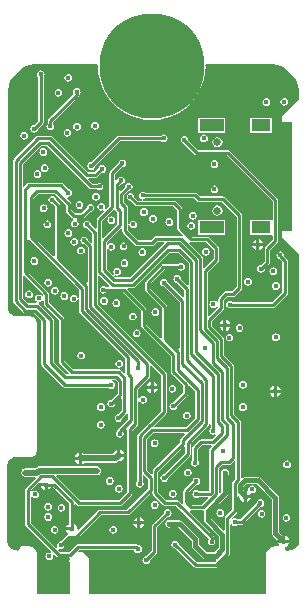
<source format=gbr>
%TF.GenerationSoftware,Altium Limited,Altium Designer,19.0.4 (130)*%
G04 Layer_Physical_Order=2*
G04 Layer_Color=36540*
%FSLAX26Y26*%
%MOIN*%
%TF.FileFunction,Copper,L2,Inr,Signal*%
%TF.Part,Single*%
G01*
G75*
%TA.AperFunction,Conductor*%
%ADD22C,0.010000*%
%ADD23C,0.020000*%
%ADD24C,0.015000*%
%TA.AperFunction,ComponentPad*%
%ADD25C,0.350000*%
%ADD26C,0.035000*%
%ADD27R,0.063000X0.039400*%
%ADD28R,0.082700X0.039400*%
%TA.AperFunction,TestPad*%
%ADD29C,0.017716*%
%TA.AperFunction,ViaPad*%
%ADD30C,0.025591*%
G36*
X4090610Y2794171D02*
X4108812Y2786632D01*
X4125193Y2775687D01*
X4139124Y2761756D01*
X4150069Y2745375D01*
X4157608Y2727173D01*
X4161452Y2707851D01*
Y2683297D01*
X4161257Y2682323D01*
X4160874Y2681405D01*
X4160319Y2680581D01*
X4159966Y2680231D01*
X4102658Y2622923D01*
Y2605175D01*
X4134432D01*
X4136276Y2604412D01*
X4137686Y2603001D01*
X4138450Y2601157D01*
Y2244862D01*
X4137686Y2243019D01*
X4136276Y2241608D01*
X4134432Y2240845D01*
X4102658D01*
Y2222077D01*
X4136339Y2188396D01*
X4136339Y2188396D01*
X4139875Y2184860D01*
X4156441Y2168294D01*
X4159966Y2164769D01*
X4159976Y2164758D01*
X4160839Y2162193D01*
X4161452Y2160360D01*
Y1208781D01*
X4161452Y1208754D01*
X4161451Y1208701D01*
X4161381Y1205406D01*
X4159965Y1198998D01*
X4157328Y1192988D01*
X4153569Y1187607D01*
X4148835Y1183062D01*
X4143305Y1179526D01*
X4137192Y1177136D01*
X4132333Y1176270D01*
X4129099Y1176123D01*
X4127401Y1176049D01*
X4127393Y1176049D01*
X4127393Y1176049D01*
X4122422Y1176048D01*
X4116902D01*
X4113046Y1181048D01*
X4113049Y1181063D01*
X4112587Y1183388D01*
X4113666Y1186514D01*
X4115380Y1189041D01*
X4116358Y1189236D01*
X4122596Y1193404D01*
X4126764Y1199642D01*
X4127233Y1202000D01*
X4090767D01*
X4091236Y1199642D01*
X4094178Y1195239D01*
X4091825Y1190239D01*
X4080275D01*
Y1190311D01*
X4072787Y1189325D01*
X4065809Y1186434D01*
X4059817Y1181836D01*
X4055219Y1175844D01*
X4052328Y1168866D01*
X4051343Y1161378D01*
X4051414D01*
Y1032741D01*
X3461496D01*
Y1137756D01*
X3461602D01*
X3460480Y1146272D01*
X3457193Y1154208D01*
X3451964Y1161022D01*
X3445150Y1166251D01*
X3437214Y1169538D01*
X3428698Y1170659D01*
X3425545Y1170244D01*
X3423210Y1174980D01*
X3427053Y1178824D01*
X3611335D01*
X3611888Y1176046D01*
X3614730Y1171793D01*
X3618983Y1168951D01*
X3624000Y1167953D01*
X3629017Y1168951D01*
X3633270Y1171793D01*
X3636112Y1176046D01*
X3637110Y1181063D01*
X3636112Y1186080D01*
X3633270Y1190333D01*
X3629017Y1193175D01*
X3624000Y1194173D01*
X3623889Y1194151D01*
X3623552Y1194489D01*
X3620575Y1196478D01*
X3617063Y1197176D01*
X3423252D01*
X3419741Y1196478D01*
X3416764Y1194489D01*
X3393451Y1171176D01*
X3363801D01*
X3358413Y1176564D01*
X3360885Y1180632D01*
X3361205Y1180844D01*
X3366000Y1179890D01*
X3371017Y1180888D01*
X3375270Y1183730D01*
X3378112Y1187983D01*
X3379110Y1193000D01*
X3379088Y1193111D01*
X3399301Y1213324D01*
X3417500D01*
X3421012Y1214022D01*
X3423989Y1216011D01*
X3501801Y1293824D01*
X3590000D01*
X3593512Y1294522D01*
X3596489Y1296511D01*
X3667824Y1367847D01*
X3671206Y1366935D01*
X3672944Y1365896D01*
X3673522Y1362988D01*
X3675511Y1360011D01*
X3707011Y1328511D01*
X3709988Y1326522D01*
X3713500Y1325824D01*
X3750199D01*
X3856992Y1219031D01*
X3860035Y1215270D01*
X3857193Y1211017D01*
X3856195Y1206000D01*
X3857193Y1200983D01*
X3860035Y1196730D01*
X3864288Y1193888D01*
X3869305Y1192890D01*
X3874322Y1193888D01*
X3878575Y1196730D01*
X3881417Y1200983D01*
X3882415Y1206000D01*
X3881417Y1211017D01*
X3878575Y1215270D01*
X3878481Y1215333D01*
Y1219695D01*
X3877783Y1223207D01*
X3875794Y1226184D01*
X3796880Y1305097D01*
X3796999Y1306322D01*
X3800000Y1310824D01*
X3839539D01*
X3841348Y1310127D01*
X3844275Y1306417D01*
Y1278000D01*
X3845167Y1273513D01*
X3847709Y1269709D01*
X3893775Y1223643D01*
Y1185920D01*
X3878580Y1170725D01*
X3852857D01*
X3826725Y1196857D01*
Y1213000D01*
X3825833Y1217487D01*
X3823291Y1221291D01*
X3771291Y1273291D01*
X3767487Y1275833D01*
X3763000Y1276725D01*
X3733596D01*
X3733017Y1277112D01*
X3728000Y1278110D01*
X3722983Y1277112D01*
X3718730Y1274270D01*
X3715888Y1270017D01*
X3714890Y1265000D01*
X3715888Y1259983D01*
X3718730Y1255730D01*
X3722983Y1252888D01*
X3728000Y1251890D01*
X3733017Y1252888D01*
X3733596Y1253275D01*
X3758143D01*
X3803275Y1208143D01*
Y1192000D01*
X3804167Y1187513D01*
X3806709Y1183709D01*
X3839709Y1150709D01*
X3843513Y1148167D01*
X3848000Y1147275D01*
X3883313D01*
X3883573Y1147002D01*
X3885746Y1142636D01*
X3880286Y1137176D01*
X3819801D01*
X3761088Y1195889D01*
X3761110Y1196000D01*
X3760112Y1201017D01*
X3757270Y1205270D01*
X3753017Y1208112D01*
X3748000Y1209110D01*
X3742983Y1208112D01*
X3738730Y1205270D01*
X3735888Y1201017D01*
X3734890Y1196000D01*
X3735888Y1190983D01*
X3738730Y1186730D01*
X3742983Y1183888D01*
X3748000Y1182890D01*
X3748111Y1182912D01*
X3809511Y1121511D01*
X3812488Y1119522D01*
X3816000Y1118824D01*
X3884087D01*
X3887599Y1119522D01*
X3890575Y1121511D01*
X3928489Y1159425D01*
X3930478Y1162401D01*
X3931176Y1165913D01*
Y1262538D01*
X3936176Y1264055D01*
X3937730Y1261730D01*
X3941983Y1258888D01*
X3947000Y1257890D01*
X3952017Y1258888D01*
X3956270Y1261730D01*
X3956917Y1262698D01*
X3969874D01*
X3973386Y1263396D01*
X3976363Y1265385D01*
X4031889Y1320912D01*
X4032000Y1320890D01*
X4037017Y1321888D01*
X4041270Y1324730D01*
X4044112Y1328983D01*
X4045110Y1334000D01*
X4044112Y1339017D01*
X4041270Y1343270D01*
X4037017Y1346112D01*
X4032000Y1347110D01*
X4026983Y1346112D01*
X4022730Y1343270D01*
X4019888Y1339017D01*
X4018890Y1334000D01*
X4018912Y1333889D01*
X3966073Y1281050D01*
X3955103D01*
X3952017Y1283112D01*
X3947000Y1284110D01*
X3941983Y1283112D01*
X3939504Y1281456D01*
X3936317Y1285340D01*
X3952989Y1302011D01*
X3954978Y1304988D01*
X3955676Y1308500D01*
Y1354119D01*
X3960676Y1356752D01*
X3961495Y1356190D01*
X3961860Y1355560D01*
X3963236Y1348642D01*
X3967404Y1342404D01*
X3973642Y1338236D01*
X3976000Y1337767D01*
Y1356000D01*
Y1377784D01*
X3974725Y1379059D01*
Y1388143D01*
X3985857Y1399275D01*
X4018143D01*
X4070275Y1347143D01*
Y1234000D01*
X4071167Y1229513D01*
X4073709Y1225709D01*
X4087418Y1212000D01*
X4104000D01*
Y1228582D01*
X4093725Y1238857D01*
Y1352000D01*
X4092833Y1356487D01*
X4090291Y1360291D01*
X4031291Y1419291D01*
X4027487Y1421833D01*
X4023000Y1422725D01*
X3981000D01*
X3976513Y1421833D01*
X3972709Y1419291D01*
X3971796Y1418378D01*
X3967176Y1420291D01*
Y1603000D01*
X3966478Y1606512D01*
X3964489Y1609489D01*
X3943176Y1630801D01*
Y1791799D01*
X3942478Y1795311D01*
X3940489Y1798287D01*
X3911176Y1827600D01*
Y1879598D01*
X3910478Y1883109D01*
X3908489Y1886086D01*
X3870176Y1924399D01*
Y1940199D01*
X3907489Y1977511D01*
X3909478Y1980488D01*
X3910176Y1984000D01*
Y2010199D01*
X3921801Y2021824D01*
X3941000D01*
X3944512Y2022522D01*
X3947489Y2024511D01*
X3968489Y2045511D01*
X3970478Y2048488D01*
X3971176Y2052000D01*
Y2293000D01*
X3970478Y2296512D01*
X3968489Y2299489D01*
X3914489Y2353489D01*
X3911512Y2355478D01*
X3908000Y2356176D01*
X3831801D01*
X3821489Y2366489D01*
X3818512Y2368478D01*
X3815000Y2369176D01*
X3649333D01*
X3649270Y2369270D01*
X3645017Y2372112D01*
X3640000Y2373110D01*
X3634983Y2372112D01*
X3630730Y2369270D01*
X3627888Y2365017D01*
X3626890Y2360000D01*
X3627888Y2354983D01*
X3630730Y2350730D01*
X3634983Y2347888D01*
X3638560Y2347176D01*
X3638068Y2342176D01*
X3624903D01*
X3612088Y2354992D01*
X3612110Y2355102D01*
X3611112Y2360119D01*
X3608270Y2364373D01*
X3604017Y2367215D01*
X3599000Y2368213D01*
X3593983Y2367215D01*
X3589730Y2364373D01*
X3586888Y2360119D01*
X3585890Y2355102D01*
X3586888Y2350085D01*
X3589730Y2345832D01*
X3593983Y2342990D01*
X3599000Y2341992D01*
X3599111Y2342014D01*
X3614614Y2326511D01*
X3617591Y2324522D01*
X3621102Y2323824D01*
X3740199D01*
X3753824Y2310199D01*
Y2251000D01*
X3754522Y2247488D01*
X3756511Y2244511D01*
X3774740Y2226282D01*
X3771553Y2222399D01*
X3769938Y2223478D01*
X3766426Y2224176D01*
X3685000D01*
X3681488Y2223478D01*
X3678511Y2221489D01*
X3667199Y2210176D01*
X3624801D01*
X3590176Y2244801D01*
Y2261068D01*
X3595176Y2261560D01*
X3595888Y2257983D01*
X3598730Y2253730D01*
X3602983Y2250888D01*
X3608000Y2249890D01*
X3613017Y2250888D01*
X3617270Y2253730D01*
X3620112Y2257983D01*
X3621110Y2263000D01*
X3620112Y2268017D01*
X3617270Y2272270D01*
X3613017Y2275112D01*
X3608000Y2276110D01*
X3602983Y2275112D01*
X3598730Y2272270D01*
X3595888Y2268017D01*
X3595176Y2264440D01*
X3590176Y2264932D01*
Y2322063D01*
X3589478Y2325575D01*
X3587489Y2328552D01*
X3577176Y2338864D01*
Y2360325D01*
X3592763Y2375912D01*
X3592874Y2375890D01*
X3597891Y2376888D01*
X3602144Y2379730D01*
X3604986Y2383983D01*
X3605984Y2389000D01*
X3604986Y2394017D01*
X3602144Y2398270D01*
X3597891Y2401112D01*
X3592874Y2402110D01*
X3587857Y2401112D01*
X3583604Y2398270D01*
X3580762Y2394017D01*
X3579764Y2389000D01*
X3579786Y2388889D01*
X3566796Y2375899D01*
X3562176Y2377812D01*
Y2392199D01*
X3566962Y2396985D01*
X3567441Y2396890D01*
X3572458Y2397888D01*
X3576711Y2400730D01*
X3579553Y2404983D01*
X3580551Y2410000D01*
X3579553Y2415017D01*
X3576711Y2419270D01*
X3572458Y2422112D01*
X3567441Y2423110D01*
X3562424Y2422112D01*
X3558171Y2419270D01*
X3555329Y2415017D01*
X3554625Y2411477D01*
X3552176Y2409867D01*
X3547176Y2412440D01*
Y2429199D01*
X3571889Y2453912D01*
X3572000Y2453890D01*
X3577017Y2454888D01*
X3581270Y2457730D01*
X3584112Y2461983D01*
X3585110Y2467000D01*
X3584112Y2472017D01*
X3581270Y2476270D01*
X3577017Y2479112D01*
X3572000Y2480110D01*
X3566983Y2479112D01*
X3562730Y2476270D01*
X3559888Y2472017D01*
X3558890Y2467000D01*
X3558912Y2466889D01*
X3531511Y2439489D01*
X3529522Y2436512D01*
X3528824Y2433000D01*
Y2324801D01*
X3518436Y2314413D01*
X3514368Y2316885D01*
X3514156Y2317205D01*
X3515110Y2322000D01*
X3514112Y2327017D01*
X3511270Y2331270D01*
X3507017Y2334112D01*
X3502000Y2335110D01*
X3496983Y2334112D01*
X3492730Y2331270D01*
X3489888Y2327017D01*
X3488890Y2322000D01*
X3489888Y2316983D01*
X3492730Y2312730D01*
X3496983Y2309888D01*
X3502000Y2308890D01*
X3506795Y2309844D01*
X3507115Y2309632D01*
X3509587Y2305564D01*
X3488511Y2284489D01*
X3486522Y2281512D01*
X3485824Y2278000D01*
Y2250686D01*
X3481204Y2248773D01*
X3467088Y2262889D01*
X3467110Y2263000D01*
X3466112Y2268017D01*
X3463270Y2272270D01*
X3459017Y2275112D01*
X3454000Y2276110D01*
X3448983Y2275112D01*
X3444730Y2272270D01*
X3441888Y2268017D01*
X3440890Y2263000D01*
X3441888Y2257983D01*
X3444730Y2253730D01*
X3448983Y2250888D01*
X3454000Y2249890D01*
X3454111Y2249912D01*
X3471824Y2232199D01*
Y2203225D01*
X3466824Y2201153D01*
X3458088Y2209889D01*
X3458110Y2210000D01*
X3457112Y2215017D01*
X3454270Y2219270D01*
X3450017Y2222112D01*
X3445000Y2223110D01*
X3439983Y2222112D01*
X3435730Y2219270D01*
X3432888Y2215017D01*
X3431890Y2210000D01*
X3432888Y2204983D01*
X3435730Y2200730D01*
X3439983Y2197888D01*
X3445000Y2196890D01*
X3445111Y2196912D01*
X3455824Y2186199D01*
Y2070900D01*
X3451204Y2068986D01*
X3365176Y2155014D01*
Y2327841D01*
X3364478Y2331353D01*
X3362489Y2334330D01*
X3351929Y2344889D01*
X3351951Y2345000D01*
X3350953Y2350017D01*
X3348111Y2354270D01*
X3343858Y2357112D01*
X3338841Y2358110D01*
X3333824Y2357112D01*
X3329571Y2354270D01*
X3326729Y2350017D01*
X3325731Y2345000D01*
X3326729Y2339983D01*
X3329571Y2335730D01*
X3333824Y2332888D01*
X3338841Y2331890D01*
X3338952Y2331912D01*
X3346824Y2324040D01*
Y2158686D01*
X3342204Y2156773D01*
X3275176Y2223801D01*
Y2349199D01*
X3291801Y2365824D01*
X3345199D01*
X3383824Y2327199D01*
Y2309000D01*
X3384522Y2305488D01*
X3386511Y2302511D01*
X3403511Y2285511D01*
X3406488Y2283522D01*
X3408020Y2283218D01*
Y2278120D01*
X3407983Y2278112D01*
X3403730Y2275270D01*
X3400888Y2271017D01*
X3399890Y2266000D01*
X3400888Y2260983D01*
X3403730Y2256730D01*
X3407983Y2253888D01*
X3413000Y2252890D01*
X3418017Y2253888D01*
X3422270Y2256730D01*
X3425112Y2260983D01*
X3426110Y2266000D01*
X3425112Y2271017D01*
X3422270Y2275270D01*
X3421099Y2282006D01*
X3421671Y2282824D01*
X3439000D01*
X3442512Y2283522D01*
X3445489Y2285511D01*
X3465889Y2305912D01*
X3466000Y2305890D01*
X3471017Y2306888D01*
X3475270Y2309730D01*
X3478112Y2313983D01*
X3479110Y2319000D01*
X3478112Y2324017D01*
X3475270Y2328270D01*
X3471017Y2331112D01*
X3466000Y2332110D01*
X3460983Y2331112D01*
X3456730Y2328270D01*
X3453888Y2324017D01*
X3452890Y2319000D01*
X3452912Y2318889D01*
X3435199Y2301176D01*
X3413801D01*
X3402176Y2312801D01*
Y2331000D01*
X3401478Y2334512D01*
X3399489Y2337489D01*
X3385959Y2351018D01*
X3386137Y2351983D01*
X3391786Y2355890D01*
X3396803Y2356888D01*
X3401056Y2359730D01*
X3403898Y2363983D01*
X3404896Y2369000D01*
X3403898Y2374017D01*
X3401056Y2378270D01*
X3396803Y2381112D01*
X3391786Y2382110D01*
X3391675Y2382088D01*
X3374274Y2399489D01*
X3371297Y2401478D01*
X3367786Y2402176D01*
X3262000D01*
X3258488Y2401478D01*
X3255511Y2399489D01*
X3244796Y2388773D01*
X3240176Y2390686D01*
Y2465199D01*
X3300801Y2525824D01*
X3319986D01*
X3462298Y2383511D01*
X3465275Y2381522D01*
X3468787Y2380824D01*
X3486667D01*
X3486730Y2380730D01*
X3490983Y2377888D01*
X3496000Y2376890D01*
X3501017Y2377888D01*
X3505270Y2380730D01*
X3508112Y2384983D01*
X3509110Y2390000D01*
X3508112Y2395017D01*
X3505270Y2399270D01*
X3501017Y2402112D01*
X3496000Y2403110D01*
X3490983Y2402112D01*
X3486730Y2399270D01*
X3486667Y2399176D01*
X3472588D01*
X3458560Y2413204D01*
X3460473Y2417824D01*
X3482445D01*
X3485956Y2418522D01*
X3488933Y2420511D01*
X3503592Y2435170D01*
X3505000Y2434890D01*
X3510017Y2435888D01*
X3514270Y2438730D01*
X3517112Y2442983D01*
X3518110Y2448000D01*
X3517112Y2453017D01*
X3514270Y2457270D01*
X3510017Y2460112D01*
X3505000Y2461110D01*
X3499983Y2460112D01*
X3495730Y2457270D01*
X3492888Y2453017D01*
X3492243Y2449776D01*
X3478644Y2436176D01*
X3456801D01*
X3336489Y2556489D01*
X3333512Y2558478D01*
X3330000Y2559176D01*
X3290787D01*
X3287275Y2558478D01*
X3284298Y2556489D01*
X3209511Y2481702D01*
X3207522Y2478725D01*
X3206824Y2475213D01*
Y2008000D01*
X3207522Y2004488D01*
X3209511Y2001511D01*
X3241511Y1969511D01*
X3244488Y1967522D01*
X3248000Y1966824D01*
X3277199D01*
X3301824Y1942199D01*
Y1798000D01*
X3302522Y1794488D01*
X3304511Y1791511D01*
X3374511Y1721511D01*
X3377488Y1719522D01*
X3381000Y1718824D01*
X3525667D01*
X3525730Y1718730D01*
X3529983Y1715888D01*
X3535000Y1714890D01*
X3540017Y1715888D01*
X3544270Y1718730D01*
X3547112Y1722983D01*
X3548110Y1728000D01*
X3547112Y1733017D01*
X3544270Y1737270D01*
X3540017Y1740112D01*
X3536440Y1740824D01*
X3536932Y1745824D01*
X3546199D01*
X3555824Y1736199D01*
Y1699801D01*
X3535111Y1679088D01*
X3535000Y1679110D01*
X3529983Y1678112D01*
X3525730Y1675270D01*
X3522888Y1671017D01*
X3521890Y1666000D01*
X3522888Y1660983D01*
X3525730Y1656730D01*
X3529983Y1653888D01*
X3535000Y1652890D01*
X3540017Y1653888D01*
X3544270Y1656730D01*
X3547112Y1660983D01*
X3548110Y1666000D01*
X3548088Y1666111D01*
X3565204Y1683227D01*
X3569824Y1681314D01*
Y1641801D01*
X3559111Y1631088D01*
X3559000Y1631110D01*
X3553983Y1630112D01*
X3549730Y1627270D01*
X3546888Y1623017D01*
X3545890Y1618000D01*
X3546888Y1612983D01*
X3549730Y1608730D01*
X3553983Y1605888D01*
X3559000Y1604890D01*
X3564017Y1605888D01*
X3568270Y1608730D01*
X3571112Y1612983D01*
X3572110Y1618000D01*
X3572088Y1618111D01*
X3585489Y1631511D01*
X3586717Y1633350D01*
X3591717Y1632122D01*
Y1615694D01*
X3556511Y1580489D01*
X3554522Y1577512D01*
X3553900Y1574384D01*
X3553730Y1574270D01*
X3550888Y1570017D01*
X3549890Y1565000D01*
X3550888Y1559983D01*
X3553730Y1555730D01*
X3557983Y1552888D01*
X3563000Y1551890D01*
X3568017Y1552888D01*
X3572270Y1555730D01*
X3575112Y1559983D01*
X3576110Y1565000D01*
X3575112Y1570017D01*
X3573863Y1571886D01*
X3581866Y1579889D01*
X3586824Y1577775D01*
Y1370801D01*
X3559199Y1343176D01*
X3429801D01*
X3425097Y1347880D01*
X3423489Y1350287D01*
X3350670Y1423106D01*
X3352583Y1427726D01*
X3488000D01*
X3493463Y1428812D01*
X3498093Y1431907D01*
X3501188Y1436537D01*
X3502274Y1442000D01*
X3501188Y1447463D01*
X3498093Y1452093D01*
X3493463Y1455188D01*
X3488000Y1456274D01*
X3293001D01*
X3293000Y1456274D01*
X3287537Y1455188D01*
X3282907Y1452093D01*
X3282906Y1452093D01*
X3281087Y1450274D01*
X3249000D01*
X3243537Y1449188D01*
X3238907Y1446093D01*
X3235812Y1441463D01*
X3234726Y1436000D01*
X3235812Y1430537D01*
X3238907Y1425907D01*
X3243537Y1422812D01*
X3249000Y1421726D01*
X3280677D01*
X3282749Y1416726D01*
X3250511Y1384489D01*
X3248522Y1381512D01*
X3247824Y1378000D01*
Y1265000D01*
X3248522Y1261488D01*
X3250511Y1258511D01*
X3335587Y1173436D01*
X3333115Y1169368D01*
X3332795Y1169156D01*
X3328000Y1170110D01*
X3322983Y1169112D01*
X3318730Y1166270D01*
X3315888Y1162017D01*
X3314890Y1157000D01*
X3315888Y1151983D01*
X3318730Y1147730D01*
X3322983Y1144888D01*
X3328000Y1143890D01*
X3333017Y1144888D01*
X3337270Y1147730D01*
X3340112Y1151983D01*
X3341110Y1157000D01*
X3340156Y1161795D01*
X3340368Y1162115D01*
X3344436Y1164587D01*
X3353511Y1155511D01*
X3356488Y1153522D01*
X3360000Y1152824D01*
X3394217D01*
X3397622Y1147977D01*
X3396916Y1146272D01*
X3395794Y1137756D01*
X3395900D01*
Y1032741D01*
X3288269D01*
Y1161373D01*
X3288270Y1161378D01*
X3288341D01*
X3287356Y1168866D01*
X3284465Y1175844D01*
X3279867Y1181836D01*
X3273875Y1186434D01*
X3266897Y1189325D01*
X3259409Y1190311D01*
Y1190239D01*
X3237731D01*
X3234219Y1189541D01*
X3231242Y1187552D01*
X3229253Y1184575D01*
X3228555Y1181063D01*
X3228558Y1181048D01*
X3224702Y1176048D01*
X3221650D01*
X3221079Y1176113D01*
X3220520Y1176244D01*
X3219980Y1176437D01*
X3219722Y1176563D01*
Y1176564D01*
X3216554Y1176790D01*
X3210418Y1178431D01*
X3204701Y1181201D01*
X3199610Y1185000D01*
X3195327Y1189691D01*
X3192007Y1195107D01*
X3189768Y1201051D01*
X3188985Y1205608D01*
X3188837Y1208737D01*
X3188755Y1210536D01*
X3188755Y1210544D01*
X3188755D01*
X3188754Y1215515D01*
Y1456731D01*
X3188687Y1456926D01*
X3188586Y1457327D01*
X3188519Y1457734D01*
X3188485Y1458145D01*
Y1461307D01*
X3189638Y1467106D01*
X3191901Y1472569D01*
X3195186Y1477485D01*
X3199367Y1481666D01*
X3204283Y1484950D01*
X3209745Y1487213D01*
X3215544Y1488366D01*
X3264486D01*
X3264712Y1488465D01*
X3265181Y1488618D01*
X3265663Y1488724D01*
X3266152Y1488783D01*
X3266399Y1488787D01*
X3270240Y1489239D01*
X3277308Y1492293D01*
X3282697Y1497791D01*
X3285607Y1504919D01*
X3285982Y1508768D01*
Y1936832D01*
X3286033Y1937337D01*
X3286135Y1937835D01*
X3286287Y1938320D01*
X3286387Y1938553D01*
X3285721Y1942049D01*
X3282602Y1948415D01*
X3277457Y1953291D01*
X3270933Y1956065D01*
X3267407Y1956542D01*
X3267407Y1956542D01*
X3267262Y1956507D01*
X3266970Y1956455D01*
X3266675Y1956420D01*
X3266379Y1956402D01*
X3220653D01*
X3220635Y1956403D01*
X3220579Y1956398D01*
X3220466Y1956390D01*
X3220354Y1956385D01*
X3220241Y1956382D01*
X3217259D01*
X3211521Y1957524D01*
X3206116Y1959763D01*
X3201252Y1963013D01*
X3197115Y1967150D01*
X3193865Y1972014D01*
X3191626Y1977419D01*
X3190485Y1983157D01*
Y1986082D01*
Y2698493D01*
X3190573Y2699309D01*
X3190573D01*
X3190572Y2699309D01*
X3190712Y2709080D01*
X3194765Y2728200D01*
X3202438Y2746176D01*
X3213441Y2762329D01*
X3227360Y2776050D01*
X3243669Y2786821D01*
X3261753Y2794236D01*
X3280929Y2798015D01*
X3290701D01*
X3487484Y2798015D01*
X3490902Y2794366D01*
X3490616Y2790000D01*
X3492151Y2766586D01*
X3496728Y2743572D01*
X3504271Y2721353D01*
X3514649Y2700308D01*
X3527685Y2680798D01*
X3543156Y2663156D01*
X3560798Y2647685D01*
X3580308Y2634649D01*
X3601353Y2624271D01*
X3623572Y2616728D01*
X3646586Y2612151D01*
X3670000Y2610616D01*
X3693414Y2612151D01*
X3716428Y2616728D01*
X3738647Y2624271D01*
X3759692Y2634649D01*
X3779202Y2647685D01*
X3796844Y2663156D01*
X3812315Y2680798D01*
X3825351Y2700308D01*
X3835729Y2721353D01*
X3843272Y2743572D01*
X3847849Y2766586D01*
X3849384Y2790000D01*
X3849098Y2794366D01*
X3852516Y2798015D01*
X4061437Y2798015D01*
X4071287D01*
X4090610Y2794171D01*
D02*
G37*
G36*
X3547833Y2311190D02*
X3554714Y2304309D01*
Y2264691D01*
X3508796Y2218773D01*
X3504176Y2220686D01*
Y2274199D01*
X3541295Y2311318D01*
X3546504Y2312510D01*
X3547833Y2311190D01*
D02*
G37*
G36*
X3571824Y2248775D02*
Y2241000D01*
X3572522Y2237488D01*
X3574511Y2234511D01*
X3614511Y2194511D01*
X3617488Y2192522D01*
X3621000Y2191824D01*
X3671000D01*
X3674512Y2192522D01*
X3677489Y2194511D01*
X3688801Y2205824D01*
X3710100D01*
X3712014Y2201204D01*
X3597093Y2086283D01*
X3548907D01*
X3545061Y2090130D01*
X3548248Y2094013D01*
X3549932Y2092888D01*
X3554950Y2091890D01*
X3559966Y2092888D01*
X3564220Y2095730D01*
X3567062Y2099983D01*
X3568060Y2105000D01*
X3567062Y2110017D01*
X3564220Y2114270D01*
X3559966Y2117112D01*
X3554950Y2118110D01*
X3549932Y2117112D01*
X3545679Y2114270D01*
X3542837Y2110017D01*
X3541839Y2105000D01*
X3542837Y2099983D01*
X3543963Y2098299D01*
X3540079Y2095111D01*
X3519176Y2116014D01*
Y2180538D01*
X3524176Y2182055D01*
X3525730Y2179730D01*
X3529983Y2176888D01*
X3535000Y2175890D01*
X3540017Y2176888D01*
X3544270Y2179730D01*
X3547112Y2183983D01*
X3548110Y2189000D01*
X3547112Y2194017D01*
X3544270Y2198270D01*
X3540017Y2201112D01*
X3535000Y2202110D01*
X3529983Y2201112D01*
X3525730Y2198270D01*
X3524176Y2195945D01*
X3519176Y2197462D01*
Y2203199D01*
X3566824Y2250847D01*
X3571824Y2248775D01*
D02*
G37*
G36*
X3797488Y2204522D02*
X3801000Y2203824D01*
X3851199D01*
X3875824Y2179199D01*
Y2148801D01*
X3845796Y2118773D01*
X3841176Y2120686D01*
Y2149426D01*
X3840478Y2152938D01*
X3838489Y2155915D01*
X3792686Y2201718D01*
X3795873Y2205601D01*
X3797488Y2204522D01*
D02*
G37*
G36*
X3792824Y2133199D02*
Y2062686D01*
X3788204Y2060773D01*
X3768088Y2080889D01*
X3768110Y2081000D01*
X3767112Y2086017D01*
X3764270Y2090270D01*
X3760017Y2093112D01*
X3755000Y2094110D01*
X3749983Y2093112D01*
X3745730Y2090270D01*
X3742888Y2086017D01*
X3741890Y2081000D01*
X3742888Y2075983D01*
X3745730Y2071730D01*
X3749983Y2068888D01*
X3755000Y2067890D01*
X3755111Y2067912D01*
X3777824Y2045199D01*
Y2021387D01*
X3773204Y2019473D01*
X3723421Y2069256D01*
X3723443Y2069367D01*
X3722445Y2074384D01*
X3719604Y2078637D01*
X3715350Y2081479D01*
X3710333Y2082477D01*
X3705316Y2081479D01*
X3701063Y2078637D01*
X3698221Y2074384D01*
X3697223Y2069367D01*
X3698221Y2064350D01*
X3701063Y2060097D01*
X3705316Y2057255D01*
X3710333Y2056257D01*
X3710444Y2056279D01*
X3762824Y2003899D01*
Y1850686D01*
X3758204Y1848773D01*
X3722176Y1884801D01*
Y1989000D01*
X3721478Y1992512D01*
X3719489Y1995489D01*
X3665176Y2049801D01*
Y2065199D01*
X3712801Y2112824D01*
X3758667D01*
X3758730Y2112730D01*
X3762983Y2109888D01*
X3768000Y2108890D01*
X3773017Y2109888D01*
X3777270Y2112730D01*
X3780112Y2116983D01*
X3781110Y2122000D01*
X3780112Y2127017D01*
X3777270Y2131270D01*
X3773017Y2134112D01*
X3768000Y2135110D01*
X3762983Y2134112D01*
X3758730Y2131270D01*
X3758667Y2131176D01*
X3709000D01*
X3705488Y2130478D01*
X3702511Y2128489D01*
X3649511Y2075489D01*
X3647522Y2072512D01*
X3646824Y2069000D01*
Y2046000D01*
X3647522Y2042488D01*
X3649511Y2039511D01*
X3703824Y1985199D01*
Y1885225D01*
X3698824Y1883154D01*
X3652176Y1929801D01*
Y1979000D01*
X3651478Y1982512D01*
X3649489Y1985489D01*
X3587773Y2047204D01*
X3589686Y2051824D01*
X3606000D01*
X3609512Y2052522D01*
X3612489Y2054511D01*
X3727301Y2169324D01*
X3756699D01*
X3792824Y2133199D01*
D02*
G37*
G36*
X3528738Y2059284D02*
X3526825Y2054665D01*
X3518333D01*
X3518270Y2054759D01*
X3514017Y2057601D01*
X3509000Y2058599D01*
X3503983Y2057601D01*
X3499730Y2054759D01*
X3496888Y2050506D01*
X3495890Y2045489D01*
X3496888Y2040472D01*
X3499730Y2036218D01*
X3503983Y2033377D01*
X3509000Y2032379D01*
X3514017Y2033377D01*
X3518270Y2036218D01*
X3518333Y2036312D01*
X3572710D01*
X3633824Y1975199D01*
Y1926000D01*
X3634522Y1922488D01*
X3636511Y1919511D01*
X3732824Y1823199D01*
Y1771787D01*
X3733522Y1768275D01*
X3735511Y1765298D01*
X3773824Y1726986D01*
Y1701801D01*
X3742111Y1670088D01*
X3742000Y1670110D01*
X3736983Y1669112D01*
X3732730Y1666270D01*
X3729888Y1662017D01*
X3728890Y1657000D01*
X3729888Y1651983D01*
X3732730Y1647730D01*
X3736983Y1644888D01*
X3742000Y1643890D01*
X3747017Y1644888D01*
X3751270Y1647730D01*
X3754112Y1651983D01*
X3755110Y1657000D01*
X3755088Y1657111D01*
X3789489Y1691511D01*
X3791478Y1694488D01*
X3792176Y1698000D01*
Y1723314D01*
X3796796Y1725227D01*
X3813824Y1708199D01*
Y1617600D01*
X3783400Y1587176D01*
X3679686D01*
X3677773Y1591796D01*
X3716489Y1630511D01*
X3718478Y1633488D01*
X3719176Y1637000D01*
Y1766000D01*
X3718478Y1769512D01*
X3716489Y1772489D01*
X3490176Y1998801D01*
Y2091314D01*
X3494796Y2093227D01*
X3528738Y2059284D01*
D02*
G37*
G36*
X3308020Y2030003D02*
X3307691Y2025327D01*
X3302270Y2026270D01*
X3298017Y2029112D01*
X3293000Y2030110D01*
X3287983Y2029112D01*
X3283730Y2026270D01*
X3280888Y2022017D01*
X3279890Y2017000D01*
X3280888Y2011983D01*
X3283730Y2007730D01*
X3286055Y2006176D01*
X3284538Y2001176D01*
X3257801D01*
X3240176Y2018801D01*
Y2091314D01*
X3244796Y2093227D01*
X3308020Y2030003D01*
D02*
G37*
G36*
X3427824Y2045199D02*
Y2018390D01*
X3422824Y2017898D01*
X3422630Y2018871D01*
X3422203Y2021017D01*
X3419361Y2025270D01*
X3415108Y2028112D01*
X3410091Y2029110D01*
X3405074Y2028112D01*
X3400821Y2025270D01*
X3397979Y2021017D01*
X3396981Y2016000D01*
X3397979Y2010983D01*
X3400821Y2006730D01*
X3405074Y2003888D01*
X3410091Y2002890D01*
X3415108Y2003888D01*
X3419361Y2006730D01*
X3422203Y2010983D01*
X3422630Y2013129D01*
X3422824Y2014102D01*
X3427824Y2013610D01*
Y1973787D01*
X3428522Y1970275D01*
X3430511Y1967298D01*
X3581824Y1815986D01*
Y1769225D01*
X3576824Y1767154D01*
X3566489Y1777489D01*
X3563512Y1779478D01*
X3560000Y1780176D01*
X3407801D01*
X3378676Y1809301D01*
Y1948500D01*
X3377978Y1952012D01*
X3375989Y1954989D01*
X3328176Y2002801D01*
Y2032000D01*
X3327478Y2035512D01*
X3325489Y2038489D01*
X3255176Y2108801D01*
Y2210999D01*
X3257493Y2212342D01*
X3260176Y2212847D01*
X3427824Y2045199D01*
D02*
G37*
G36*
X3821511Y2340511D02*
X3824488Y2338522D01*
X3828000Y2337824D01*
X3904199D01*
X3952824Y2289199D01*
Y2055801D01*
X3937199Y2040176D01*
X3918000D01*
X3914488Y2039478D01*
X3911511Y2037489D01*
X3894511Y2020489D01*
X3892522Y2017512D01*
X3891824Y2014000D01*
Y2005671D01*
X3891006Y2005099D01*
X3884270Y2006270D01*
X3880017Y2009112D01*
X3875000Y2010110D01*
X3869983Y2009112D01*
X3865730Y2006270D01*
X3862888Y2002017D01*
X3861890Y1997000D01*
X3862888Y1991983D01*
X3865730Y1987730D01*
X3869983Y1984888D01*
X3875000Y1983890D01*
X3880017Y1984888D01*
X3884270Y1987730D01*
X3884707Y1987960D01*
X3889224Y1987132D01*
X3889463Y1985440D01*
X3860796Y1956773D01*
X3856176Y1958686D01*
Y2103199D01*
X3891489Y2138511D01*
X3893478Y2141488D01*
X3894176Y2145000D01*
Y2183000D01*
X3893478Y2186512D01*
X3891489Y2189489D01*
X3861489Y2219489D01*
X3858512Y2221478D01*
X3855000Y2222176D01*
X3804801D01*
X3772176Y2254801D01*
Y2314000D01*
X3771478Y2317512D01*
X3769489Y2320489D01*
X3750489Y2339489D01*
X3747512Y2341478D01*
X3744000Y2342176D01*
X3641932D01*
X3641440Y2347176D01*
X3645017Y2347888D01*
X3649270Y2350730D01*
X3649333Y2350824D01*
X3811199D01*
X3821511Y2340511D01*
D02*
G37*
G36*
X3309824Y2008329D02*
Y1999000D01*
X3310522Y1995488D01*
X3312511Y1992511D01*
X3360324Y1944699D01*
Y1805500D01*
X3361022Y1801988D01*
X3363011Y1799011D01*
X3392847Y1769176D01*
X3390775Y1764176D01*
X3383801D01*
X3344676Y1803301D01*
Y1944500D01*
X3343978Y1948012D01*
X3341989Y1950989D01*
X3294489Y1998489D01*
X3293646Y1999051D01*
X3294853Y2004258D01*
X3298017Y2004888D01*
X3302270Y2007730D01*
X3309006Y2008901D01*
X3309824Y2008329D01*
D02*
G37*
G36*
X3700824Y1762199D02*
Y1640801D01*
X3659941Y1599918D01*
X3659298Y1599489D01*
X3623511Y1563702D01*
X3621522Y1560725D01*
X3620824Y1557213D01*
Y1408333D01*
X3620730Y1408270D01*
X3617888Y1404017D01*
X3616890Y1399000D01*
X3617888Y1393983D01*
X3620730Y1389730D01*
X3624983Y1386888D01*
X3630000Y1385890D01*
X3635017Y1386888D01*
X3639270Y1389730D01*
X3642112Y1393983D01*
X3643110Y1399000D01*
X3642112Y1404017D01*
X3639270Y1408270D01*
X3639176Y1408333D01*
Y1426314D01*
X3643796Y1428227D01*
X3656824Y1415199D01*
Y1382801D01*
X3586199Y1312176D01*
X3498000D01*
X3494488Y1311478D01*
X3491511Y1309489D01*
X3426408Y1244385D01*
X3421800Y1246848D01*
X3422228Y1249000D01*
X3420764Y1256358D01*
X3416596Y1262596D01*
X3412176Y1265549D01*
Y1328314D01*
X3416796Y1330227D01*
X3419511Y1327511D01*
X3422488Y1325522D01*
X3426000Y1324824D01*
X3563000D01*
X3566512Y1325522D01*
X3569489Y1327511D01*
X3602489Y1360511D01*
X3604478Y1363488D01*
X3605176Y1367000D01*
Y1575986D01*
X3621382Y1592192D01*
X3623371Y1595169D01*
X3624070Y1598680D01*
Y1671522D01*
X3628700Y1673771D01*
X3629070Y1673711D01*
X3631730Y1669730D01*
X3635983Y1666888D01*
X3641000Y1665890D01*
X3646017Y1666888D01*
X3650270Y1669730D01*
X3653112Y1673983D01*
X3654110Y1679000D01*
X3653112Y1684017D01*
X3650270Y1688270D01*
X3646017Y1691112D01*
X3641000Y1692110D01*
X3635983Y1691112D01*
X3631730Y1688270D01*
X3629070Y1684289D01*
X3628700Y1684229D01*
X3624070Y1686478D01*
Y1713306D01*
X3661489Y1750725D01*
X3663478Y1753702D01*
X3664176Y1757213D01*
Y1792314D01*
X3668796Y1794227D01*
X3700824Y1762199D01*
D02*
G37*
G36*
X3865824Y1595735D02*
Y1584333D01*
X3865730Y1584270D01*
X3862888Y1580017D01*
X3861890Y1575000D01*
X3862888Y1569983D01*
X3865730Y1565730D01*
X3869983Y1562888D01*
X3875000Y1561890D01*
X3880017Y1562888D01*
X3881853Y1564115D01*
X3885041Y1560231D01*
X3870986Y1546176D01*
X3833000D01*
X3829488Y1545478D01*
X3826511Y1543489D01*
X3807511Y1524489D01*
X3805522Y1521512D01*
X3804824Y1518000D01*
Y1478333D01*
X3804730Y1478270D01*
X3801888Y1474017D01*
X3800890Y1469000D01*
X3801888Y1463983D01*
X3804730Y1459730D01*
X3808983Y1456888D01*
X3814000Y1455890D01*
X3819017Y1456888D01*
X3823270Y1459730D01*
X3826112Y1463983D01*
X3827110Y1469000D01*
X3826112Y1474017D01*
X3823270Y1478270D01*
X3823176Y1478333D01*
Y1514199D01*
X3836801Y1527824D01*
X3867314D01*
X3869227Y1523204D01*
X3863511Y1517489D01*
X3861522Y1514512D01*
X3860824Y1511000D01*
Y1373176D01*
X3827333D01*
X3827270Y1373270D01*
X3823017Y1376112D01*
X3818000Y1377110D01*
X3812983Y1376112D01*
X3808730Y1373270D01*
X3805888Y1369017D01*
X3804890Y1364000D01*
X3805888Y1358983D01*
X3808730Y1354730D01*
X3812983Y1351888D01*
X3818000Y1350890D01*
X3823017Y1351888D01*
X3827270Y1354730D01*
X3827333Y1354824D01*
X3856113D01*
X3858026Y1350204D01*
X3836998Y1329176D01*
X3803801D01*
X3792176Y1340801D01*
Y1368199D01*
X3817889Y1393912D01*
X3818000Y1393890D01*
X3823017Y1394888D01*
X3827270Y1397730D01*
X3830112Y1401983D01*
X3831110Y1407000D01*
X3830112Y1412017D01*
X3827270Y1416270D01*
X3823017Y1419112D01*
X3818000Y1420110D01*
X3812983Y1419112D01*
X3808730Y1416270D01*
X3805888Y1412017D01*
X3804890Y1407000D01*
X3804912Y1406889D01*
X3776511Y1378489D01*
X3774522Y1375512D01*
X3773824Y1372000D01*
Y1337000D01*
X3774265Y1334784D01*
X3769928Y1332049D01*
X3760489Y1341489D01*
X3757512Y1343478D01*
X3754000Y1344176D01*
X3717301D01*
X3691176Y1370301D01*
Y1437199D01*
X3775824Y1521847D01*
X3780824Y1519775D01*
Y1499891D01*
X3712021Y1431088D01*
X3711910Y1431110D01*
X3706893Y1430112D01*
X3702640Y1427270D01*
X3699798Y1423017D01*
X3698800Y1418000D01*
X3699798Y1412983D01*
X3702640Y1408730D01*
X3706893Y1405888D01*
X3711910Y1404890D01*
X3716927Y1405888D01*
X3721180Y1408730D01*
X3724022Y1412983D01*
X3725020Y1418000D01*
X3724998Y1418111D01*
X3796489Y1489601D01*
X3798478Y1492578D01*
X3799176Y1496090D01*
Y1532199D01*
X3858489Y1591511D01*
X3860478Y1594488D01*
X3860824Y1596227D01*
X3865824Y1595735D01*
D02*
G37*
G36*
X3780227Y1564204D02*
X3766511Y1550489D01*
X3764522Y1547512D01*
X3763824Y1544000D01*
Y1535801D01*
X3675511Y1447489D01*
X3673522Y1444512D01*
X3672824Y1441000D01*
Y1432225D01*
X3667824Y1430153D01*
X3654176Y1443801D01*
Y1547199D01*
X3675801Y1568824D01*
X3778314D01*
X3780227Y1564204D01*
D02*
G37*
G36*
X3299040Y1401000D02*
X3318000D01*
Y1396000D01*
X3323000D01*
Y1377767D01*
X3325358Y1378236D01*
X3331596Y1382404D01*
X3334549Y1386824D01*
X3341199D01*
X3393824Y1334199D01*
Y1265549D01*
X3389404Y1262596D01*
X3385236Y1256358D01*
X3384767Y1254000D01*
X3403000D01*
Y1244000D01*
X3384767D01*
X3385236Y1241642D01*
X3389404Y1235404D01*
X3389670Y1235226D01*
X3389508Y1229321D01*
X3389011Y1228989D01*
X3366111Y1206088D01*
X3366000Y1206110D01*
X3360983Y1205112D01*
X3356730Y1202270D01*
X3353888Y1198017D01*
X3352890Y1193000D01*
X3353844Y1188205D01*
X3353632Y1187885D01*
X3349564Y1185413D01*
X3266176Y1268801D01*
Y1354538D01*
X3271176Y1356055D01*
X3272730Y1353730D01*
X3276983Y1350888D01*
X3282000Y1349890D01*
X3287017Y1350888D01*
X3291270Y1353730D01*
X3294112Y1357983D01*
X3295110Y1363000D01*
X3294112Y1368017D01*
X3291270Y1372270D01*
X3287017Y1375112D01*
X3282000Y1376110D01*
X3276983Y1375112D01*
X3273888Y1373044D01*
X3269779Y1373965D01*
X3268384Y1374765D01*
X3268085Y1376108D01*
X3295089Y1403112D01*
X3299040Y1401000D01*
D02*
G37*
G36*
X3948824Y1472775D02*
Y1415136D01*
X3940011Y1406323D01*
X3938022Y1403346D01*
X3937324Y1399834D01*
Y1312301D01*
X3915511Y1290489D01*
X3913522Y1287512D01*
X3912824Y1284000D01*
Y1244291D01*
X3908204Y1242378D01*
X3867725Y1282857D01*
Y1304143D01*
X3922291Y1358709D01*
X3924833Y1362513D01*
X3925725Y1367000D01*
Y1428404D01*
X3926112Y1428983D01*
X3927110Y1434000D01*
X3926112Y1439017D01*
X3923270Y1443270D01*
X3919017Y1446112D01*
X3914000Y1447110D01*
X3908983Y1446112D01*
X3904730Y1443270D01*
X3901888Y1439017D01*
X3900890Y1434000D01*
X3901888Y1428983D01*
X3902275Y1428404D01*
Y1371857D01*
X3898176Y1367758D01*
X3893176Y1369829D01*
Y1450199D01*
X3904801Y1461824D01*
X3927000D01*
X3930512Y1462522D01*
X3933489Y1464511D01*
X3943824Y1474847D01*
X3948824Y1472775D01*
D02*
G37*
%LPC*%
G36*
X3392000Y2765110D02*
X3386983Y2764112D01*
X3382730Y2761270D01*
X3379888Y2757017D01*
X3378890Y2752000D01*
X3379888Y2746983D01*
X3382730Y2742730D01*
X3386983Y2739888D01*
X3392000Y2738890D01*
X3397017Y2739888D01*
X3401270Y2742730D01*
X3404112Y2746983D01*
X3405110Y2752000D01*
X3404112Y2757017D01*
X3401270Y2761270D01*
X3397017Y2764112D01*
X3392000Y2765110D01*
D02*
G37*
G36*
X3359000Y2715110D02*
X3353983Y2714112D01*
X3349730Y2711270D01*
X3346888Y2707017D01*
X3345890Y2702000D01*
X3346888Y2696983D01*
X3349730Y2692730D01*
X3353983Y2689888D01*
X3359000Y2688890D01*
X3364017Y2689888D01*
X3368270Y2692730D01*
X3371112Y2696983D01*
X3372110Y2702000D01*
X3371112Y2707017D01*
X3368270Y2711270D01*
X3364017Y2714112D01*
X3359000Y2715110D01*
D02*
G37*
G36*
X4112000Y2685110D02*
X4106983Y2684112D01*
X4102730Y2681270D01*
X4099888Y2677017D01*
X4098890Y2672000D01*
X4099888Y2666983D01*
X4102730Y2662730D01*
X4106983Y2659888D01*
X4112000Y2658890D01*
X4117017Y2659888D01*
X4121270Y2662730D01*
X4124112Y2666983D01*
X4125110Y2672000D01*
X4124112Y2677017D01*
X4121270Y2681270D01*
X4117017Y2684112D01*
X4112000Y2685110D01*
D02*
G37*
G36*
X4052000Y2684110D02*
X4046983Y2683112D01*
X4042730Y2680270D01*
X4039888Y2676017D01*
X4038890Y2671000D01*
X4039888Y2665983D01*
X4042730Y2661730D01*
X4046983Y2658888D01*
X4052000Y2657890D01*
X4057017Y2658888D01*
X4061270Y2661730D01*
X4064112Y2665983D01*
X4065110Y2671000D01*
X4064112Y2676017D01*
X4061270Y2680270D01*
X4057017Y2683112D01*
X4052000Y2684110D01*
D02*
G37*
G36*
X3300000Y2776110D02*
X3294983Y2775112D01*
X3290730Y2772270D01*
X3287888Y2768017D01*
X3286890Y2763000D01*
X3287888Y2757983D01*
X3290730Y2753730D01*
X3290824Y2753667D01*
Y2607801D01*
X3278111Y2595088D01*
X3278000Y2595110D01*
X3272983Y2594112D01*
X3268730Y2591270D01*
X3265888Y2587017D01*
X3264890Y2582000D01*
X3265888Y2576983D01*
X3268730Y2572730D01*
X3272983Y2569888D01*
X3278000Y2568890D01*
X3283017Y2569888D01*
X3287270Y2572730D01*
X3290112Y2576983D01*
X3291110Y2582000D01*
X3291088Y2582111D01*
X3306489Y2597511D01*
X3308478Y2600488D01*
X3309176Y2604000D01*
Y2753667D01*
X3309270Y2753730D01*
X3312112Y2757983D01*
X3313110Y2763000D01*
X3312112Y2768017D01*
X3309270Y2772270D01*
X3305017Y2775112D01*
X3300000Y2776110D01*
D02*
G37*
G36*
X3481000Y2605190D02*
X3475983Y2604192D01*
X3471730Y2601350D01*
X3468888Y2597097D01*
X3467890Y2592080D01*
X3468888Y2587063D01*
X3471730Y2582810D01*
X3475983Y2579968D01*
X3481000Y2578970D01*
X3486017Y2579968D01*
X3490270Y2582810D01*
X3493112Y2587063D01*
X3494110Y2592080D01*
X3493112Y2597097D01*
X3490270Y2601350D01*
X3486017Y2604192D01*
X3481000Y2605190D01*
D02*
G37*
G36*
X3420000Y2717110D02*
X3414983Y2716112D01*
X3410730Y2713270D01*
X3407888Y2709017D01*
X3406890Y2704000D01*
X3407888Y2698983D01*
X3408736Y2697713D01*
X3325511Y2614489D01*
X3323522Y2611512D01*
X3322824Y2608000D01*
Y2599333D01*
X3322730Y2599270D01*
X3319888Y2595017D01*
X3318890Y2590000D01*
X3319888Y2584983D01*
X3322730Y2580730D01*
X3326983Y2577888D01*
X3332000Y2576890D01*
X3337017Y2577888D01*
X3341270Y2580730D01*
X3344112Y2584983D01*
X3345110Y2590000D01*
X3344112Y2595017D01*
X3341270Y2599270D01*
X3341176Y2599333D01*
Y2604199D01*
X3426489Y2689511D01*
X3428478Y2692488D01*
X3428870Y2694463D01*
X3429270Y2694730D01*
X3432112Y2698983D01*
X3433110Y2704000D01*
X3432112Y2709017D01*
X3429270Y2713270D01*
X3425017Y2716112D01*
X3420000Y2717110D01*
D02*
G37*
G36*
X3421000Y2602110D02*
X3415983Y2601112D01*
X3411730Y2598270D01*
X3408888Y2594017D01*
X3407890Y2589000D01*
X3408888Y2583983D01*
X3411730Y2579730D01*
X3415983Y2576888D01*
X3421000Y2575890D01*
X3426017Y2576888D01*
X3430270Y2579730D01*
X3433112Y2583983D01*
X3434110Y2589000D01*
X3433112Y2594017D01*
X3430270Y2598270D01*
X3426017Y2601112D01*
X3421000Y2602110D01*
D02*
G37*
G36*
X4069372Y2616771D02*
X3998372D01*
Y2569371D01*
X4069372D01*
Y2616771D01*
D02*
G37*
G36*
X3914635Y2616768D02*
X3823935D01*
Y2569368D01*
X3914635D01*
Y2616768D01*
D02*
G37*
G36*
X3389000Y2582110D02*
X3383983Y2581112D01*
X3379730Y2578270D01*
X3376888Y2574017D01*
X3375890Y2569000D01*
X3376888Y2563983D01*
X3379730Y2559730D01*
X3383983Y2556888D01*
X3389000Y2555890D01*
X3394017Y2556888D01*
X3398270Y2559730D01*
X3401112Y2563983D01*
X3402110Y2569000D01*
X3401112Y2574017D01*
X3398270Y2578270D01*
X3394017Y2581112D01*
X3389000Y2582110D01*
D02*
G37*
G36*
X3245000Y2572110D02*
X3239983Y2571112D01*
X3235730Y2568270D01*
X3232888Y2564017D01*
X3231890Y2559000D01*
X3232888Y2553983D01*
X3235730Y2549730D01*
X3239983Y2546888D01*
X3245000Y2545890D01*
X3250017Y2546888D01*
X3254270Y2549730D01*
X3257112Y2553983D01*
X3258110Y2559000D01*
X3257112Y2564017D01*
X3254270Y2568270D01*
X3250017Y2571112D01*
X3245000Y2572110D01*
D02*
G37*
G36*
X3844000Y2563110D02*
X3838983Y2562112D01*
X3834730Y2559270D01*
X3831888Y2555017D01*
X3830890Y2550000D01*
X3831888Y2544983D01*
X3834730Y2540730D01*
X3838983Y2537888D01*
X3844000Y2536890D01*
X3849017Y2537888D01*
X3853270Y2540730D01*
X3856112Y2544983D01*
X3857110Y2550000D01*
X3856112Y2555017D01*
X3853270Y2559270D01*
X3849017Y2562112D01*
X3844000Y2563110D01*
D02*
G37*
G36*
X3710333D02*
X3705316Y2562112D01*
X3701063Y2559270D01*
X3701000Y2559176D01*
X3560000D01*
X3556488Y2558478D01*
X3553511Y2556489D01*
X3468111Y2471088D01*
X3468000Y2471110D01*
X3462983Y2470112D01*
X3458730Y2467270D01*
X3455888Y2463017D01*
X3454890Y2458000D01*
X3455888Y2452983D01*
X3458730Y2448730D01*
X3462983Y2445888D01*
X3468000Y2444890D01*
X3473017Y2445888D01*
X3477270Y2448730D01*
X3480112Y2452983D01*
X3481110Y2458000D01*
X3481088Y2458111D01*
X3563801Y2540824D01*
X3701000D01*
X3701063Y2540730D01*
X3705316Y2537888D01*
X3710333Y2536890D01*
X3715350Y2537888D01*
X3719604Y2540730D01*
X3722445Y2544983D01*
X3723443Y2550000D01*
X3722445Y2555017D01*
X3719604Y2559270D01*
X3715350Y2562112D01*
X3710333Y2563110D01*
D02*
G37*
G36*
X3888985Y2553904D02*
X3882432Y2552601D01*
X3876876Y2548889D01*
X3873164Y2543333D01*
X3871861Y2536780D01*
X3873164Y2530227D01*
X3876876Y2524671D01*
X3882432Y2520959D01*
X3888985Y2519656D01*
X3895538Y2520959D01*
X3901094Y2524671D01*
X3904806Y2530227D01*
X3906109Y2536780D01*
X3904806Y2543333D01*
X3901094Y2548889D01*
X3895538Y2552601D01*
X3888985Y2553904D01*
D02*
G37*
G36*
X3308000Y2517110D02*
X3302983Y2516112D01*
X3298730Y2513270D01*
X3295888Y2509017D01*
X3294890Y2504000D01*
X3295888Y2498983D01*
X3298730Y2494730D01*
X3302983Y2491888D01*
X3308000Y2490890D01*
X3313017Y2491888D01*
X3317270Y2494730D01*
X3320112Y2498983D01*
X3321110Y2504000D01*
X3320112Y2509017D01*
X3317270Y2513270D01*
X3313017Y2516112D01*
X3308000Y2517110D01*
D02*
G37*
G36*
X3879000Y2477110D02*
X3873983Y2476112D01*
X3869730Y2473270D01*
X3866888Y2469017D01*
X3865890Y2464000D01*
X3866888Y2458983D01*
X3869730Y2454730D01*
X3873983Y2451888D01*
X3879000Y2450890D01*
X3884017Y2451888D01*
X3888270Y2454730D01*
X3891112Y2458983D01*
X3892110Y2464000D01*
X3891112Y2469017D01*
X3888270Y2473270D01*
X3884017Y2476112D01*
X3879000Y2477110D01*
D02*
G37*
G36*
X3313000Y2464110D02*
X3307983Y2463112D01*
X3303730Y2460270D01*
X3300888Y2456017D01*
X3299890Y2451000D01*
X3300888Y2445983D01*
X3303730Y2441730D01*
X3307983Y2438888D01*
X3313000Y2437890D01*
X3318017Y2438888D01*
X3322270Y2441730D01*
X3325112Y2445983D01*
X3326110Y2451000D01*
X3325112Y2456017D01*
X3322270Y2460270D01*
X3318017Y2463112D01*
X3313000Y2464110D01*
D02*
G37*
G36*
X3289000Y2444110D02*
X3283983Y2443112D01*
X3279730Y2440270D01*
X3276888Y2436017D01*
X3275890Y2431000D01*
X3276888Y2425983D01*
X3279730Y2421730D01*
X3283983Y2418888D01*
X3289000Y2417890D01*
X3294017Y2418888D01*
X3298270Y2421730D01*
X3301112Y2425983D01*
X3302110Y2431000D01*
X3301112Y2436017D01*
X3298270Y2440270D01*
X3294017Y2443112D01*
X3289000Y2444110D01*
D02*
G37*
G36*
X3879000Y2393110D02*
X3873983Y2392112D01*
X3869730Y2389270D01*
X3866888Y2385017D01*
X3865890Y2380000D01*
X3866888Y2374983D01*
X3869730Y2370730D01*
X3873983Y2367888D01*
X3879000Y2366890D01*
X3884017Y2367888D01*
X3888270Y2370730D01*
X3891112Y2374983D01*
X3892110Y2380000D01*
X3891112Y2385017D01*
X3888270Y2389270D01*
X3884017Y2392112D01*
X3879000Y2393110D01*
D02*
G37*
G36*
X3484000Y2368213D02*
X3478983Y2367215D01*
X3474730Y2364373D01*
X3471888Y2360119D01*
X3470890Y2355102D01*
X3471888Y2350085D01*
X3474730Y2345832D01*
X3478983Y2342990D01*
X3484000Y2341992D01*
X3489017Y2342990D01*
X3493270Y2345832D01*
X3496112Y2350085D01*
X3497110Y2355102D01*
X3496112Y2360119D01*
X3493270Y2364373D01*
X3489017Y2367215D01*
X3484000Y2368213D01*
D02*
G37*
G36*
X3429000Y2341110D02*
X3423983Y2340112D01*
X3419730Y2337270D01*
X3416888Y2333017D01*
X3415890Y2328000D01*
X3416888Y2322983D01*
X3419730Y2318730D01*
X3423983Y2315888D01*
X3429000Y2314890D01*
X3434017Y2315888D01*
X3438270Y2318730D01*
X3441112Y2322983D01*
X3442110Y2328000D01*
X3441112Y2333017D01*
X3438270Y2337270D01*
X3434017Y2340112D01*
X3429000Y2341110D01*
D02*
G37*
G36*
X3310000Y2330110D02*
X3304983Y2329112D01*
X3300730Y2326270D01*
X3297888Y2322017D01*
X3296890Y2317000D01*
X3297888Y2311983D01*
X3300730Y2307730D01*
X3304983Y2304888D01*
X3310000Y2303890D01*
X3315017Y2304888D01*
X3319270Y2307730D01*
X3322112Y2311983D01*
X3323110Y2317000D01*
X3322112Y2322017D01*
X3319270Y2326270D01*
X3315017Y2329112D01*
X3310000Y2330110D01*
D02*
G37*
G36*
X3644000Y2317110D02*
X3638983Y2316112D01*
X3634730Y2313270D01*
X3631888Y2309017D01*
X3630890Y2304000D01*
X3631888Y2298983D01*
X3634730Y2294730D01*
X3638983Y2291888D01*
X3644000Y2290890D01*
X3649017Y2291888D01*
X3653270Y2294730D01*
X3656112Y2298983D01*
X3657110Y2304000D01*
X3656112Y2309017D01*
X3653270Y2313270D01*
X3649017Y2316112D01*
X3644000Y2317110D01*
D02*
G37*
G36*
X3674000Y2295110D02*
X3668983Y2294112D01*
X3664730Y2291270D01*
X3661888Y2287017D01*
X3660890Y2282000D01*
X3661888Y2276983D01*
X3664730Y2272730D01*
X3668983Y2269888D01*
X3674000Y2268890D01*
X3679017Y2269888D01*
X3683270Y2272730D01*
X3686112Y2276983D01*
X3687110Y2282000D01*
X3686112Y2287017D01*
X3683270Y2291270D01*
X3679017Y2294112D01*
X3674000Y2295110D01*
D02*
G37*
G36*
X3728000Y2284110D02*
X3722983Y2283112D01*
X3718730Y2280270D01*
X3715888Y2276017D01*
X3714890Y2271000D01*
X3715888Y2265983D01*
X3718730Y2261730D01*
X3722983Y2258888D01*
X3728000Y2257890D01*
X3733017Y2258888D01*
X3737270Y2261730D01*
X3740112Y2265983D01*
X3741110Y2271000D01*
X3740112Y2276017D01*
X3737270Y2280270D01*
X3733017Y2283112D01*
X3728000Y2284110D01*
D02*
G37*
G36*
X3322000Y2276110D02*
X3316983Y2275112D01*
X3312730Y2272270D01*
X3309888Y2268017D01*
X3308890Y2263000D01*
X3309888Y2257983D01*
X3312730Y2253730D01*
X3316983Y2250888D01*
X3322000Y2249890D01*
X3327017Y2250888D01*
X3331270Y2253730D01*
X3334112Y2257983D01*
X3335110Y2263000D01*
X3334112Y2268017D01*
X3331270Y2272270D01*
X3327017Y2275112D01*
X3322000Y2276110D01*
D02*
G37*
G36*
X3391786Y2247110D02*
X3386769Y2246112D01*
X3382515Y2243270D01*
X3379673Y2239017D01*
X3378675Y2234000D01*
X3379673Y2228983D01*
X3382515Y2224730D01*
X3386769Y2221888D01*
X3391786Y2220890D01*
X3396803Y2221888D01*
X3401056Y2224730D01*
X3403898Y2228983D01*
X3404896Y2234000D01*
X3403898Y2239017D01*
X3401056Y2243270D01*
X3396803Y2246112D01*
X3391786Y2247110D01*
D02*
G37*
G36*
X4029000Y2213233D02*
Y2200000D01*
X4042233D01*
X4041764Y2202358D01*
X4037596Y2208596D01*
X4031358Y2212764D01*
X4029000Y2213233D01*
D02*
G37*
G36*
X4019000D02*
X4016642Y2212764D01*
X4010404Y2208596D01*
X4006236Y2202358D01*
X4005767Y2200000D01*
X4019000D01*
Y2213233D01*
D02*
G37*
G36*
X3412000Y2218110D02*
X3406983Y2217112D01*
X3402730Y2214270D01*
X3399888Y2210017D01*
X3398890Y2205000D01*
X3399888Y2199983D01*
X3402730Y2195730D01*
X3406983Y2192888D01*
X3412000Y2191890D01*
X3417017Y2192888D01*
X3421270Y2195730D01*
X3424112Y2199983D01*
X3425110Y2205000D01*
X3424112Y2210017D01*
X3421270Y2214270D01*
X3417017Y2217112D01*
X3412000Y2218110D01*
D02*
G37*
G36*
X4042233Y2190000D02*
X4029000D01*
Y2176767D01*
X4031358Y2177236D01*
X4037596Y2181404D01*
X4041764Y2187642D01*
X4042233Y2190000D01*
D02*
G37*
G36*
X4019000D02*
X4005767D01*
X4006236Y2187642D01*
X4010404Y2181404D01*
X4016642Y2177236D01*
X4019000Y2176767D01*
Y2190000D01*
D02*
G37*
G36*
X3434000Y2189110D02*
X3428983Y2188112D01*
X3424730Y2185270D01*
X3421888Y2181017D01*
X3420890Y2176000D01*
X3421888Y2170983D01*
X3424730Y2166730D01*
X3428983Y2163888D01*
X3434000Y2162890D01*
X3439017Y2163888D01*
X3443270Y2166730D01*
X3446112Y2170983D01*
X3447110Y2176000D01*
X3446112Y2181017D01*
X3443270Y2185270D01*
X3439017Y2188112D01*
X3434000Y2189110D01*
D02*
G37*
G36*
X3779000Y2558110D02*
X3773983Y2557112D01*
X3769730Y2554270D01*
X3766888Y2550017D01*
X3765890Y2545000D01*
X3766888Y2539983D01*
X3769730Y2535730D01*
X3773983Y2532888D01*
X3779000Y2531890D01*
X3779111Y2531912D01*
X3815511Y2495511D01*
X3818488Y2493522D01*
X3822000Y2492824D01*
X3920199D01*
X4072824Y2340199D01*
Y2280209D01*
X4069372Y2276639D01*
X4067824Y2276639D01*
X3998372D01*
Y2229239D01*
X4067824D01*
X4069372Y2229239D01*
X4072824Y2225668D01*
Y2210801D01*
X4048511Y2186489D01*
X4046522Y2183512D01*
X4045824Y2180000D01*
Y2139785D01*
X4034127Y2128088D01*
X4034016Y2128110D01*
X4028999Y2127112D01*
X4024746Y2124270D01*
X4021904Y2120017D01*
X4020906Y2115000D01*
X4021904Y2109983D01*
X4024746Y2105730D01*
X4028999Y2102888D01*
X4034016Y2101890D01*
X4039033Y2102888D01*
X4043286Y2105730D01*
X4046128Y2109983D01*
X4047126Y2115000D01*
X4047104Y2115111D01*
X4061489Y2129495D01*
X4063478Y2132472D01*
X4064176Y2135984D01*
Y2176199D01*
X4088489Y2200511D01*
X4090478Y2203488D01*
X4091176Y2207000D01*
Y2344000D01*
X4090478Y2347512D01*
X4088489Y2350489D01*
X3930489Y2508489D01*
X3927512Y2510478D01*
X3924000Y2511176D01*
X3825801D01*
X3792088Y2544889D01*
X3792110Y2545000D01*
X3791112Y2550017D01*
X3788270Y2554270D01*
X3784017Y2557112D01*
X3779000Y2558110D01*
D02*
G37*
G36*
X4075346Y2120110D02*
X4070329Y2119112D01*
X4066076Y2116270D01*
X4063234Y2112017D01*
X4062236Y2107000D01*
X4063234Y2101983D01*
X4066076Y2097730D01*
X4070329Y2094888D01*
X4075346Y2093890D01*
X4080363Y2094888D01*
X4084617Y2097730D01*
X4087459Y2101983D01*
X4088456Y2107000D01*
X4087459Y2112017D01*
X4084617Y2116270D01*
X4080363Y2119112D01*
X4075346Y2120110D01*
D02*
G37*
G36*
X3991000Y2085110D02*
X3985983Y2084112D01*
X3981730Y2081270D01*
X3978888Y2077017D01*
X3977890Y2072000D01*
X3978888Y2066983D01*
X3981730Y2062730D01*
X3985983Y2059888D01*
X3991000Y2058890D01*
X3996017Y2059888D01*
X4000270Y2062730D01*
X4003112Y2066983D01*
X4004110Y2072000D01*
X4003112Y2077017D01*
X4000270Y2081270D01*
X3996017Y2084112D01*
X3991000Y2085110D01*
D02*
G37*
G36*
X4084000Y2071110D02*
X4078983Y2070112D01*
X4074730Y2067270D01*
X4071888Y2063017D01*
X4070890Y2058000D01*
X4071888Y2052983D01*
X4074730Y2048730D01*
X4078983Y2045888D01*
X4084000Y2044890D01*
X4089017Y2045888D01*
X4093270Y2048730D01*
X4096112Y2052983D01*
X4097110Y2058000D01*
X4096112Y2063017D01*
X4093270Y2067270D01*
X4089017Y2070112D01*
X4084000Y2071110D01*
D02*
G37*
G36*
X4098465Y2173110D02*
X4093448Y2172112D01*
X4089194Y2169270D01*
X4086352Y2165017D01*
X4085354Y2160000D01*
X4086352Y2154983D01*
X4089194Y2150730D01*
X4093448Y2147888D01*
X4096024Y2147375D01*
X4104824Y2138576D01*
Y2038801D01*
X4069199Y2003176D01*
X3941626D01*
X3940227Y2005270D01*
X3935974Y2008112D01*
X3930957Y2009110D01*
X3925940Y2008112D01*
X3921687Y2005270D01*
X3918845Y2001017D01*
X3917847Y1996000D01*
X3918845Y1990983D01*
X3921687Y1986730D01*
X3925940Y1983888D01*
X3930957Y1982890D01*
X3935974Y1983888D01*
X3937374Y1984824D01*
X4073000D01*
X4076512Y1985522D01*
X4079489Y1987511D01*
X4120489Y2028511D01*
X4122478Y2031488D01*
X4123176Y2035000D01*
Y2142376D01*
X4122478Y2145888D01*
X4120489Y2148865D01*
X4111206Y2158148D01*
X4111575Y2160000D01*
X4110577Y2165017D01*
X4107735Y2169270D01*
X4103482Y2172112D01*
X4098465Y2173110D01*
D02*
G37*
G36*
X3919000Y1945233D02*
Y1932000D01*
X3932233D01*
X3931764Y1934358D01*
X3927596Y1940596D01*
X3921358Y1944764D01*
X3919000Y1945233D01*
D02*
G37*
G36*
X3909000D02*
X3906642Y1944764D01*
X3900404Y1940596D01*
X3896236Y1934358D01*
X3895767Y1932000D01*
X3909000D01*
Y1945233D01*
D02*
G37*
G36*
X3932233Y1922000D02*
X3919000D01*
Y1908767D01*
X3921358Y1909236D01*
X3927596Y1913404D01*
X3931764Y1919642D01*
X3932233Y1922000D01*
D02*
G37*
G36*
X3909000D02*
X3895767D01*
X3896236Y1919642D01*
X3900404Y1913404D01*
X3906642Y1909236D01*
X3909000Y1908767D01*
Y1922000D01*
D02*
G37*
G36*
X3962500Y1931110D02*
X3957483Y1930112D01*
X3953230Y1927270D01*
X3950388Y1923017D01*
X3949390Y1918000D01*
X3950388Y1912983D01*
X3953230Y1908730D01*
X3957483Y1905888D01*
X3962500Y1904890D01*
X3967517Y1905888D01*
X3971770Y1908730D01*
X3974612Y1912983D01*
X3975610Y1918000D01*
X3974612Y1923017D01*
X3971770Y1927270D01*
X3967517Y1930112D01*
X3962500Y1931110D01*
D02*
G37*
G36*
X4084000Y1900110D02*
X4078983Y1899112D01*
X4074730Y1896270D01*
X4071888Y1892017D01*
X4070890Y1887000D01*
X4071888Y1881983D01*
X4074730Y1877730D01*
X4078983Y1874888D01*
X4084000Y1873890D01*
X4089017Y1874888D01*
X4093270Y1877730D01*
X4096112Y1881983D01*
X4097110Y1887000D01*
X4096112Y1892017D01*
X4093270Y1896270D01*
X4089017Y1899112D01*
X4084000Y1900110D01*
D02*
G37*
G36*
X3929000Y1899110D02*
X3923983Y1898112D01*
X3919730Y1895270D01*
X3916888Y1891017D01*
X3915890Y1886000D01*
X3916888Y1880983D01*
X3919730Y1876730D01*
X3923983Y1873888D01*
X3929000Y1872890D01*
X3934017Y1873888D01*
X3938270Y1876730D01*
X3941112Y1880983D01*
X3942110Y1886000D01*
X3941112Y1891017D01*
X3938270Y1895270D01*
X3934017Y1898112D01*
X3929000Y1899110D01*
D02*
G37*
G36*
X3974088Y1741610D02*
X3969071Y1740612D01*
X3964818Y1737770D01*
X3961976Y1733517D01*
X3960978Y1728500D01*
X3961976Y1723483D01*
X3964818Y1719230D01*
X3969071Y1716388D01*
X3974088Y1715390D01*
X3979105Y1716388D01*
X3983358Y1719230D01*
X3986200Y1723483D01*
X3987198Y1728500D01*
X3986200Y1733517D01*
X3983358Y1737770D01*
X3979105Y1740612D01*
X3974088Y1741610D01*
D02*
G37*
G36*
X4086629Y1725233D02*
Y1712000D01*
X4099862D01*
X4099393Y1714358D01*
X4095225Y1720596D01*
X4088987Y1724764D01*
X4086629Y1725233D01*
D02*
G37*
G36*
X4076629D02*
X4074271Y1724764D01*
X4068033Y1720596D01*
X4063865Y1714358D01*
X4063396Y1712000D01*
X4076629D01*
Y1725233D01*
D02*
G37*
G36*
X4099862Y1702000D02*
X4086629D01*
Y1688767D01*
X4088987Y1689236D01*
X4095225Y1693404D01*
X4099393Y1699642D01*
X4099862Y1702000D01*
D02*
G37*
G36*
X4076629D02*
X4063396D01*
X4063865Y1699642D01*
X4068033Y1693404D01*
X4074271Y1689236D01*
X4076629Y1688767D01*
Y1702000D01*
D02*
G37*
G36*
X3974088Y1667110D02*
X3969071Y1666112D01*
X3964818Y1663270D01*
X3961976Y1659017D01*
X3960978Y1654000D01*
X3961976Y1648983D01*
X3964818Y1644730D01*
X3969071Y1641888D01*
X3974088Y1640890D01*
X3979105Y1641888D01*
X3983358Y1644730D01*
X3986200Y1648983D01*
X3987198Y1654000D01*
X3986200Y1659017D01*
X3983358Y1663270D01*
X3979105Y1666112D01*
X3974088Y1667110D01*
D02*
G37*
G36*
X3501000D02*
X3495983Y1666112D01*
X3491730Y1663270D01*
X3488888Y1659017D01*
X3487890Y1654000D01*
X3488888Y1648983D01*
X3491730Y1644730D01*
X3495983Y1641888D01*
X3501000Y1640890D01*
X3506017Y1641888D01*
X3510270Y1644730D01*
X3513112Y1648983D01*
X3514110Y1654000D01*
X3513112Y1659017D01*
X3510270Y1663270D01*
X3506017Y1666112D01*
X3501000Y1667110D01*
D02*
G37*
G36*
X3500000Y1608110D02*
X3494983Y1607112D01*
X3490730Y1604270D01*
X3487888Y1600017D01*
X3486890Y1595000D01*
X3487888Y1589983D01*
X3490730Y1585730D01*
X3494983Y1582888D01*
X3500000Y1581890D01*
X3505017Y1582888D01*
X3509270Y1585730D01*
X3512112Y1589983D01*
X3513110Y1595000D01*
X3512112Y1600017D01*
X3509270Y1604270D01*
X3505017Y1607112D01*
X3500000Y1608110D01*
D02*
G37*
G36*
X3565000Y1511233D02*
Y1498000D01*
X3578233D01*
X3577764Y1500358D01*
X3573596Y1506596D01*
X3567358Y1510764D01*
X3565000Y1511233D01*
D02*
G37*
G36*
X3555000D02*
X3552642Y1510764D01*
X3546404Y1506596D01*
X3542236Y1500358D01*
X3541622Y1497274D01*
X3444581D01*
X3439358Y1500764D01*
X3437000Y1501233D01*
Y1483000D01*
Y1464767D01*
X3439358Y1465236D01*
X3444581Y1468726D01*
X3549999D01*
X3550000Y1468726D01*
X3555463Y1469812D01*
X3560093Y1472907D01*
X3561198Y1474011D01*
X3567358Y1475236D01*
X3573596Y1479404D01*
X3577764Y1485642D01*
X3578233Y1488000D01*
X3560000D01*
Y1493000D01*
X3555000D01*
Y1511233D01*
D02*
G37*
G36*
X3427000Y1501233D02*
X3424642Y1500764D01*
X3418404Y1496596D01*
X3414236Y1490358D01*
X3413767Y1488000D01*
X3427000D01*
Y1501233D01*
D02*
G37*
G36*
Y1478000D02*
X3413767D01*
X3414236Y1475642D01*
X3418404Y1469404D01*
X3424642Y1465236D01*
X3427000Y1464767D01*
Y1478000D01*
D02*
G37*
G36*
X4121053Y1476557D02*
X4116036Y1475560D01*
X4111782Y1472718D01*
X4108940Y1468464D01*
X4107943Y1463447D01*
X4108940Y1458430D01*
X4111782Y1454177D01*
X4116036Y1451335D01*
X4121053Y1450337D01*
X4126070Y1451335D01*
X4130323Y1454177D01*
X4133165Y1458430D01*
X4134163Y1463447D01*
X4133165Y1468464D01*
X4130323Y1472718D01*
X4126070Y1475560D01*
X4121053Y1476557D01*
D02*
G37*
G36*
X3530000Y1421110D02*
X3524983Y1420112D01*
X3520730Y1417270D01*
X3517888Y1413017D01*
X3516890Y1408000D01*
X3517888Y1402983D01*
X3520730Y1398730D01*
X3524983Y1395888D01*
X3530000Y1394890D01*
X3535017Y1395888D01*
X3539270Y1398730D01*
X3542112Y1402983D01*
X3543110Y1408000D01*
X3542112Y1413017D01*
X3539270Y1417270D01*
X3535017Y1420112D01*
X3530000Y1421110D01*
D02*
G37*
G36*
X4004489Y1393110D02*
X3999472Y1392112D01*
X3995219Y1389270D01*
X3992377Y1385017D01*
X3991379Y1380000D01*
X3991893Y1377416D01*
X3990286Y1375756D01*
X3987525Y1373930D01*
X3986000Y1374233D01*
Y1361000D01*
X3999233D01*
X3998853Y1362913D01*
X4000015Y1364860D01*
X4002100Y1367365D01*
X4004489Y1366890D01*
X4009506Y1367888D01*
X4013759Y1370730D01*
X4016601Y1374983D01*
X4017599Y1380000D01*
X4016601Y1385017D01*
X4013759Y1389270D01*
X4009506Y1392112D01*
X4004489Y1393110D01*
D02*
G37*
G36*
X3560000Y1395110D02*
X3554983Y1394112D01*
X3550730Y1391270D01*
X3547888Y1387017D01*
X3546890Y1382000D01*
X3547888Y1376983D01*
X3550730Y1372730D01*
X3554983Y1369888D01*
X3560000Y1368890D01*
X3565017Y1369888D01*
X3569270Y1372730D01*
X3572112Y1376983D01*
X3573110Y1382000D01*
X3572112Y1387017D01*
X3569270Y1391270D01*
X3565017Y1394112D01*
X3560000Y1395110D01*
D02*
G37*
G36*
X3999233Y1351000D02*
X3986000D01*
Y1337767D01*
X3988358Y1338236D01*
X3994596Y1342404D01*
X3998764Y1348642D01*
X3999233Y1351000D01*
D02*
G37*
G36*
X3680008Y1341110D02*
X3674991Y1340112D01*
X3670738Y1337270D01*
X3667896Y1333017D01*
X3666898Y1328000D01*
X3667896Y1322983D01*
X3670738Y1318730D01*
X3674991Y1315888D01*
X3680008Y1314890D01*
X3685025Y1315888D01*
X3689278Y1318730D01*
X3692120Y1322983D01*
X3693118Y1328000D01*
X3692120Y1333017D01*
X3689278Y1337270D01*
X3685025Y1340112D01*
X3680008Y1341110D01*
D02*
G37*
G36*
X3723000Y1314110D02*
X3717983Y1313112D01*
X3713730Y1310270D01*
X3710888Y1306017D01*
X3709890Y1301000D01*
X3709912Y1300889D01*
X3672511Y1263489D01*
X3670522Y1260512D01*
X3669824Y1257000D01*
Y1174801D01*
X3652111Y1157088D01*
X3652000Y1157110D01*
X3646983Y1156112D01*
X3642730Y1153270D01*
X3639888Y1149017D01*
X3638890Y1144000D01*
X3639888Y1138983D01*
X3642730Y1134730D01*
X3646983Y1131888D01*
X3652000Y1130890D01*
X3657017Y1131888D01*
X3661270Y1134730D01*
X3664112Y1138983D01*
X3665110Y1144000D01*
X3665088Y1144111D01*
X3685489Y1164511D01*
X3687478Y1167488D01*
X3688176Y1171000D01*
Y1253199D01*
X3722889Y1287912D01*
X3723000Y1287890D01*
X3728017Y1288888D01*
X3732270Y1291730D01*
X3735112Y1295983D01*
X3736110Y1301000D01*
X3735112Y1306017D01*
X3732270Y1310270D01*
X3728017Y1313112D01*
X3723000Y1314110D01*
D02*
G37*
G36*
X4036000Y1312110D02*
X4030983Y1311112D01*
X4026730Y1308270D01*
X4023888Y1304017D01*
X4022890Y1299000D01*
X4023888Y1293983D01*
X4026730Y1289730D01*
X4030983Y1286888D01*
X4036000Y1285890D01*
X4041017Y1286888D01*
X4045270Y1289730D01*
X4048112Y1293983D01*
X4049110Y1299000D01*
X4048112Y1304017D01*
X4045270Y1308270D01*
X4041017Y1311112D01*
X4036000Y1312110D01*
D02*
G37*
G36*
X3632000Y1287233D02*
Y1274000D01*
X3645233D01*
X3644764Y1276358D01*
X3640596Y1282596D01*
X3634358Y1286764D01*
X3632000Y1287233D01*
D02*
G37*
G36*
X3622000D02*
X3619642Y1286764D01*
X3613404Y1282596D01*
X3609236Y1276358D01*
X3608767Y1274000D01*
X3622000D01*
Y1287233D01*
D02*
G37*
G36*
X4119000Y1298110D02*
X4113983Y1297112D01*
X4109730Y1294270D01*
X4106888Y1290017D01*
X4105890Y1285000D01*
X4106888Y1279983D01*
X4109730Y1275730D01*
X4113983Y1272888D01*
X4119000Y1271890D01*
X4124017Y1272888D01*
X4128270Y1275730D01*
X4131112Y1279983D01*
X4132110Y1285000D01*
X4131112Y1290017D01*
X4128270Y1294270D01*
X4124017Y1297112D01*
X4119000Y1298110D01*
D02*
G37*
G36*
X3645233Y1264000D02*
X3632000D01*
Y1250767D01*
X3634358Y1251236D01*
X3640596Y1255404D01*
X3644764Y1261642D01*
X3645233Y1264000D01*
D02*
G37*
G36*
X3622000D02*
X3608767D01*
X3609236Y1261642D01*
X3613404Y1255404D01*
X3619642Y1251236D01*
X3622000Y1250767D01*
Y1264000D01*
D02*
G37*
G36*
X3541890Y1258110D02*
X3536873Y1257112D01*
X3532620Y1254270D01*
X3529778Y1250017D01*
X3528780Y1245000D01*
X3529778Y1239983D01*
X3532620Y1235730D01*
X3536873Y1232888D01*
X3541890Y1231890D01*
X3546907Y1232888D01*
X3551160Y1235730D01*
X3554002Y1239983D01*
X3555000Y1245000D01*
X3554002Y1250017D01*
X3551160Y1254270D01*
X3546907Y1257112D01*
X3541890Y1258110D01*
D02*
G37*
G36*
X4114000Y1225233D02*
Y1212000D01*
X4127233D01*
X4126764Y1214358D01*
X4122596Y1220596D01*
X4116358Y1224764D01*
X4114000Y1225233D01*
D02*
G37*
G36*
X3535000Y2290405D02*
X3529983Y2289407D01*
X3525730Y2286565D01*
X3522888Y2282312D01*
X3521890Y2277295D01*
X3522888Y2272278D01*
X3525730Y2268025D01*
X3529983Y2265183D01*
X3535000Y2264185D01*
X3540017Y2265183D01*
X3544270Y2268025D01*
X3547112Y2272278D01*
X3548110Y2277295D01*
X3547112Y2282312D01*
X3544270Y2286565D01*
X3540017Y2289407D01*
X3535000Y2290405D01*
D02*
G37*
G36*
X3576000Y2203110D02*
X3570983Y2202112D01*
X3566730Y2199270D01*
X3563888Y2195017D01*
X3562890Y2190000D01*
X3563888Y2184983D01*
X3566730Y2180730D01*
X3570983Y2177888D01*
X3576000Y2176890D01*
X3581017Y2177888D01*
X3585270Y2180730D01*
X3588112Y2184983D01*
X3589110Y2190000D01*
X3588112Y2195017D01*
X3585270Y2199270D01*
X3581017Y2202112D01*
X3576000Y2203110D01*
D02*
G37*
G36*
X3638684Y2184110D02*
X3633667Y2183112D01*
X3629414Y2180270D01*
X3626572Y2176017D01*
X3625574Y2171000D01*
X3626572Y2165983D01*
X3629414Y2161730D01*
X3633667Y2158888D01*
X3638684Y2157890D01*
X3643701Y2158888D01*
X3647955Y2161730D01*
X3650797Y2165983D01*
X3651794Y2171000D01*
X3650797Y2176017D01*
X3647955Y2180270D01*
X3643701Y2183112D01*
X3638684Y2184110D01*
D02*
G37*
G36*
X3579000Y2147110D02*
X3573983Y2146112D01*
X3569730Y2143270D01*
X3566888Y2139017D01*
X3565890Y2134000D01*
X3566888Y2128983D01*
X3569730Y2124730D01*
X3573983Y2121888D01*
X3579000Y2120890D01*
X3584017Y2121888D01*
X3588270Y2124730D01*
X3591112Y2128983D01*
X3592110Y2134000D01*
X3591112Y2139017D01*
X3588270Y2143270D01*
X3584017Y2146112D01*
X3579000Y2147110D01*
D02*
G37*
G36*
X3850000Y2185110D02*
X3844983Y2184112D01*
X3840730Y2181270D01*
X3837888Y2177017D01*
X3836890Y2172000D01*
X3837888Y2166983D01*
X3840730Y2162730D01*
X3844983Y2159888D01*
X3850000Y2158890D01*
X3855017Y2159888D01*
X3859270Y2162730D01*
X3862112Y2166983D01*
X3863110Y2172000D01*
X3862112Y2177017D01*
X3859270Y2181270D01*
X3855017Y2184112D01*
X3850000Y2185110D01*
D02*
G37*
G36*
X3682000Y1984110D02*
X3676983Y1983112D01*
X3672730Y1980270D01*
X3669888Y1976017D01*
X3668890Y1971000D01*
X3669888Y1965983D01*
X3672730Y1961730D01*
X3676983Y1958888D01*
X3682000Y1957890D01*
X3687017Y1958888D01*
X3691270Y1961730D01*
X3694112Y1965983D01*
X3695110Y1971000D01*
X3694112Y1976017D01*
X3691270Y1980270D01*
X3687017Y1983112D01*
X3682000Y1984110D01*
D02*
G37*
G36*
X3511000Y2021110D02*
X3505983Y2020112D01*
X3501730Y2017270D01*
X3498888Y2013017D01*
X3497890Y2008000D01*
X3498888Y2002983D01*
X3501730Y1998730D01*
X3505983Y1995888D01*
X3511000Y1994890D01*
X3516017Y1995888D01*
X3520270Y1998730D01*
X3523112Y2002983D01*
X3524110Y2008000D01*
X3523112Y2013017D01*
X3520270Y2017270D01*
X3516017Y2020112D01*
X3511000Y2021110D01*
D02*
G37*
G36*
X3551858Y2014110D02*
X3546841Y2013112D01*
X3542588Y2010270D01*
X3539746Y2006017D01*
X3538748Y2001000D01*
X3539746Y1995983D01*
X3542588Y1991730D01*
X3546841Y1988888D01*
X3551858Y1987890D01*
X3556875Y1988888D01*
X3561128Y1991730D01*
X3563970Y1995983D01*
X3564968Y2001000D01*
X3563970Y2006017D01*
X3561128Y2010270D01*
X3556875Y2013112D01*
X3551858Y2014110D01*
D02*
G37*
G36*
X3607000Y1969110D02*
X3601983Y1968112D01*
X3597730Y1965270D01*
X3594888Y1961017D01*
X3593890Y1956000D01*
X3594888Y1950983D01*
X3597730Y1946730D01*
X3601983Y1943888D01*
X3607000Y1942890D01*
X3612017Y1943888D01*
X3616270Y1946730D01*
X3619112Y1950983D01*
X3620110Y1956000D01*
X3619112Y1961017D01*
X3616270Y1965270D01*
X3612017Y1968112D01*
X3607000Y1969110D01*
D02*
G37*
G36*
X3620000Y1913236D02*
X3614983Y1912238D01*
X3610730Y1909396D01*
X3607888Y1905143D01*
X3606890Y1900126D01*
X3607888Y1895109D01*
X3610730Y1890856D01*
X3614983Y1888014D01*
X3620000Y1887016D01*
X3625017Y1888014D01*
X3629270Y1890856D01*
X3632112Y1895109D01*
X3633110Y1900126D01*
X3632112Y1905143D01*
X3629270Y1909396D01*
X3625017Y1912238D01*
X3620000Y1913236D01*
D02*
G37*
G36*
X3739000Y1728110D02*
X3733983Y1727112D01*
X3729730Y1724270D01*
X3726888Y1720017D01*
X3725890Y1715000D01*
X3726888Y1709983D01*
X3729730Y1705730D01*
X3733983Y1702888D01*
X3739000Y1701890D01*
X3744017Y1702888D01*
X3748270Y1705730D01*
X3751112Y1709983D01*
X3752110Y1715000D01*
X3751112Y1720017D01*
X3748270Y1724270D01*
X3744017Y1727112D01*
X3739000Y1728110D01*
D02*
G37*
G36*
X3787000Y1639110D02*
X3781983Y1638112D01*
X3777730Y1635270D01*
X3774888Y1631017D01*
X3773890Y1626000D01*
X3774888Y1620983D01*
X3777730Y1616730D01*
X3781983Y1613888D01*
X3787000Y1612890D01*
X3792017Y1613888D01*
X3796270Y1616730D01*
X3799112Y1620983D01*
X3800110Y1626000D01*
X3799112Y1631017D01*
X3796270Y1635270D01*
X3792017Y1638112D01*
X3787000Y1639110D01*
D02*
G37*
G36*
X3261000Y2043110D02*
X3255983Y2042112D01*
X3251730Y2039270D01*
X3248888Y2035017D01*
X3247890Y2030000D01*
X3248888Y2024983D01*
X3251730Y2020730D01*
X3255983Y2017888D01*
X3261000Y2016890D01*
X3266017Y2017888D01*
X3270270Y2020730D01*
X3273112Y2024983D01*
X3274110Y2030000D01*
X3273112Y2035017D01*
X3270270Y2039270D01*
X3266017Y2042112D01*
X3261000Y2043110D01*
D02*
G37*
G36*
X3278000Y2154110D02*
X3272983Y2153112D01*
X3268730Y2150270D01*
X3265888Y2146017D01*
X3264890Y2141000D01*
X3265888Y2135983D01*
X3268730Y2131730D01*
X3272983Y2128888D01*
X3278000Y2127890D01*
X3283017Y2128888D01*
X3287270Y2131730D01*
X3290112Y2135983D01*
X3291110Y2141000D01*
X3290112Y2146017D01*
X3287270Y2150270D01*
X3283017Y2153112D01*
X3278000Y2154110D01*
D02*
G37*
G36*
X3325000Y2082110D02*
X3319983Y2081112D01*
X3315730Y2078270D01*
X3312888Y2074017D01*
X3311890Y2069000D01*
X3312888Y2063983D01*
X3315730Y2059730D01*
X3319983Y2056888D01*
X3325000Y2055890D01*
X3330017Y2056888D01*
X3334270Y2059730D01*
X3337112Y2063983D01*
X3338110Y2069000D01*
X3337112Y2074017D01*
X3334270Y2078270D01*
X3330017Y2081112D01*
X3325000Y2082110D01*
D02*
G37*
G36*
X3347000Y2055110D02*
X3341983Y2054112D01*
X3337730Y2051270D01*
X3334888Y2047017D01*
X3333890Y2042000D01*
X3334888Y2036983D01*
X3337730Y2032730D01*
X3341983Y2029888D01*
X3347000Y2028890D01*
X3352017Y2029888D01*
X3356270Y2032730D01*
X3359112Y2036983D01*
X3360110Y2042000D01*
X3359112Y2047017D01*
X3356270Y2051270D01*
X3352017Y2054112D01*
X3347000Y2055110D01*
D02*
G37*
G36*
X3378000Y2037110D02*
X3372983Y2036112D01*
X3368730Y2033270D01*
X3365888Y2029017D01*
X3364890Y2024000D01*
X3365888Y2018983D01*
X3368730Y2014730D01*
X3372983Y2011888D01*
X3378000Y2010890D01*
X3383017Y2011888D01*
X3387270Y2014730D01*
X3390112Y2018983D01*
X3391110Y2024000D01*
X3390112Y2029017D01*
X3387270Y2033270D01*
X3383017Y2036112D01*
X3378000Y2037110D01*
D02*
G37*
G36*
X3435000Y1839110D02*
X3429983Y1838112D01*
X3425730Y1835270D01*
X3422888Y1831017D01*
X3421890Y1826000D01*
X3422888Y1820983D01*
X3425730Y1816730D01*
X3429983Y1813888D01*
X3435000Y1812890D01*
X3440017Y1813888D01*
X3444270Y1816730D01*
X3447112Y1820983D01*
X3448110Y1826000D01*
X3447112Y1831017D01*
X3444270Y1835270D01*
X3440017Y1838112D01*
X3435000Y1839110D01*
D02*
G37*
G36*
X3562000Y1812110D02*
X3556983Y1811112D01*
X3552730Y1808270D01*
X3549888Y1804017D01*
X3548890Y1799000D01*
X3549888Y1793983D01*
X3552730Y1789730D01*
X3556983Y1786888D01*
X3562000Y1785890D01*
X3567017Y1786888D01*
X3571270Y1789730D01*
X3574112Y1793983D01*
X3575110Y1799000D01*
X3574112Y1804017D01*
X3571270Y1808270D01*
X3567017Y1811112D01*
X3562000Y1812110D01*
D02*
G37*
G36*
X3888985Y2326344D02*
X3882432Y2325041D01*
X3876876Y2321329D01*
X3873164Y2315773D01*
X3871861Y2309220D01*
X3873164Y2302667D01*
X3876876Y2297111D01*
X3882432Y2293399D01*
X3888985Y2292096D01*
X3895538Y2293399D01*
X3901094Y2297111D01*
X3904806Y2302667D01*
X3906109Y2309220D01*
X3904806Y2315773D01*
X3901094Y2321329D01*
X3895538Y2325041D01*
X3888985Y2326344D01*
D02*
G37*
G36*
X3807000Y2305110D02*
X3801983Y2304112D01*
X3797730Y2301270D01*
X3794888Y2297017D01*
X3793890Y2292000D01*
X3794888Y2286983D01*
X3797730Y2282730D01*
X3801983Y2279888D01*
X3807000Y2278890D01*
X3812017Y2279888D01*
X3816270Y2282730D01*
X3819112Y2286983D01*
X3820110Y2292000D01*
X3819112Y2297017D01*
X3816270Y2301270D01*
X3812017Y2304112D01*
X3807000Y2305110D01*
D02*
G37*
G36*
X3802000Y2272110D02*
X3796983Y2271112D01*
X3792730Y2268270D01*
X3789888Y2264017D01*
X3788890Y2259000D01*
X3789888Y2253983D01*
X3792730Y2249730D01*
X3796983Y2246888D01*
X3802000Y2245890D01*
X3807017Y2246888D01*
X3811270Y2249730D01*
X3814112Y2253983D01*
X3815110Y2259000D01*
X3814112Y2264017D01*
X3811270Y2268270D01*
X3807017Y2271112D01*
X3802000Y2272110D01*
D02*
G37*
G36*
X3914635Y2276644D02*
X3823935D01*
Y2229244D01*
X3914635D01*
Y2276644D01*
D02*
G37*
G36*
X3676000Y1738233D02*
Y1725000D01*
X3689233D01*
X3688764Y1727358D01*
X3684596Y1733596D01*
X3678358Y1737764D01*
X3676000Y1738233D01*
D02*
G37*
G36*
X3666000D02*
X3663642Y1737764D01*
X3657404Y1733596D01*
X3653236Y1727358D01*
X3652767Y1725000D01*
X3666000D01*
Y1738233D01*
D02*
G37*
G36*
X3689233Y1715000D02*
X3676000D01*
Y1701767D01*
X3678358Y1702236D01*
X3684596Y1706404D01*
X3688764Y1712642D01*
X3689233Y1715000D01*
D02*
G37*
G36*
X3666000D02*
X3652767D01*
X3653236Y1712642D01*
X3657404Y1706404D01*
X3663642Y1702236D01*
X3666000Y1701767D01*
Y1715000D01*
D02*
G37*
G36*
X3790000Y1449110D02*
X3784983Y1448112D01*
X3780730Y1445270D01*
X3777888Y1441017D01*
X3776890Y1436000D01*
X3777888Y1430983D01*
X3780730Y1426730D01*
X3784983Y1423888D01*
X3790000Y1422890D01*
X3795017Y1423888D01*
X3799270Y1426730D01*
X3802112Y1430983D01*
X3803110Y1436000D01*
X3802112Y1441017D01*
X3799270Y1445270D01*
X3795017Y1448112D01*
X3790000Y1449110D01*
D02*
G37*
G36*
X3740000Y1378110D02*
X3734983Y1377112D01*
X3730730Y1374270D01*
X3727888Y1370017D01*
X3726890Y1365000D01*
X3727888Y1359983D01*
X3730730Y1355730D01*
X3734983Y1352888D01*
X3740000Y1351890D01*
X3745017Y1352888D01*
X3749270Y1355730D01*
X3752112Y1359983D01*
X3753110Y1365000D01*
X3752112Y1370017D01*
X3749270Y1374270D01*
X3745017Y1377112D01*
X3740000Y1378110D01*
D02*
G37*
G36*
X3679951Y1546604D02*
X3674934Y1545607D01*
X3670681Y1542765D01*
X3667839Y1538511D01*
X3666841Y1533494D01*
X3667839Y1528477D01*
X3670681Y1524224D01*
X3674934Y1521382D01*
X3679951Y1520384D01*
X3684968Y1521382D01*
X3689221Y1524224D01*
X3692063Y1528477D01*
X3693061Y1533494D01*
X3692063Y1538511D01*
X3689221Y1542765D01*
X3684968Y1545607D01*
X3679951Y1546604D01*
D02*
G37*
G36*
X3313000Y1391000D02*
X3299767D01*
X3300236Y1388642D01*
X3304404Y1382404D01*
X3310642Y1378236D01*
X3313000Y1377767D01*
Y1391000D01*
D02*
G37*
G36*
X3325000Y1335110D02*
X3319983Y1334112D01*
X3315730Y1331270D01*
X3312888Y1327017D01*
X3311890Y1322000D01*
X3312888Y1316983D01*
X3315730Y1312730D01*
X3319983Y1309888D01*
X3325000Y1308890D01*
X3330017Y1309888D01*
X3334270Y1312730D01*
X3337112Y1316983D01*
X3338110Y1322000D01*
X3337112Y1327017D01*
X3334270Y1331270D01*
X3330017Y1334112D01*
X3325000Y1335110D01*
D02*
G37*
G36*
X3369000Y1332110D02*
X3363983Y1331112D01*
X3359730Y1328270D01*
X3356888Y1324017D01*
X3355890Y1319000D01*
X3356888Y1313983D01*
X3359730Y1309730D01*
X3363983Y1306888D01*
X3369000Y1305890D01*
X3374017Y1306888D01*
X3378270Y1309730D01*
X3381112Y1313983D01*
X3382110Y1319000D01*
X3381112Y1324017D01*
X3378270Y1328270D01*
X3374017Y1331112D01*
X3369000Y1332110D01*
D02*
G37*
G36*
X3325000Y1301110D02*
X3319983Y1300112D01*
X3315730Y1297270D01*
X3312888Y1293017D01*
X3311890Y1288000D01*
X3312888Y1282983D01*
X3315730Y1278730D01*
X3319983Y1275888D01*
X3325000Y1274890D01*
X3330017Y1275888D01*
X3334270Y1278730D01*
X3337112Y1282983D01*
X3338110Y1288000D01*
X3337112Y1293017D01*
X3334270Y1297270D01*
X3330017Y1300112D01*
X3325000Y1301110D01*
D02*
G37*
G36*
X3346000Y1258110D02*
X3340983Y1257112D01*
X3336730Y1254270D01*
X3333888Y1250017D01*
X3332890Y1245000D01*
X3333888Y1239983D01*
X3336730Y1235730D01*
X3340983Y1232888D01*
X3346000Y1231890D01*
X3351017Y1232888D01*
X3355270Y1235730D01*
X3358112Y1239983D01*
X3359110Y1245000D01*
X3358112Y1250017D01*
X3355270Y1254270D01*
X3351017Y1257112D01*
X3346000Y1258110D01*
D02*
G37*
G36*
X3898000Y1314110D02*
X3892983Y1313112D01*
X3888730Y1310270D01*
X3885888Y1306017D01*
X3884890Y1301000D01*
X3885888Y1295983D01*
X3888730Y1291730D01*
X3892983Y1288888D01*
X3898000Y1287890D01*
X3903017Y1288888D01*
X3907270Y1291730D01*
X3910112Y1295983D01*
X3911110Y1301000D01*
X3910112Y1306017D01*
X3907270Y1310270D01*
X3903017Y1313112D01*
X3898000Y1314110D01*
D02*
G37*
%LPD*%
D22*
X3902000Y1823799D02*
X3934000Y1791799D01*
Y1627000D02*
Y1791799D01*
Y1627000D02*
X3958000Y1603000D01*
X4098465Y2157912D02*
Y2160000D01*
Y2157912D02*
X4114000Y2142376D01*
Y2035000D02*
Y2142376D01*
X3922000Y1284000D02*
X3946500Y1308500D01*
X3754000Y1335000D02*
X3869305Y1219695D01*
Y1206000D02*
Y1219695D01*
X3713500Y1335000D02*
X3754000D01*
X3884087Y1128000D02*
X3922000Y1165913D01*
X3816000Y1128000D02*
X3884087D01*
X3748000Y1196000D02*
X3816000Y1128000D01*
X3922000Y1165913D02*
Y1284000D01*
X3946500Y1308500D02*
Y1399834D01*
X3958000Y1411334D01*
X3969874Y1271874D02*
X4032000Y1334000D01*
X3947874Y1271874D02*
X3969874D01*
X3884000Y1363201D02*
Y1454000D01*
X3901000Y1471000D01*
X3927000D01*
X3940000Y1484000D01*
X3840799Y1320000D02*
X3884000Y1363201D01*
X3940000Y1484000D02*
Y1599000D01*
X3800000Y1320000D02*
X3840799D01*
X3614893Y1598680D02*
Y1717107D01*
X3596000Y1579787D02*
X3614893Y1598680D01*
Y1717107D02*
X3655000Y1757213D01*
X3591000Y1765000D02*
X3600893Y1755107D01*
Y1611893D02*
Y1755107D01*
X3563000Y1574000D02*
X3600893Y1611893D01*
X3563000Y1565000D02*
Y1574000D01*
X3560000Y1771000D02*
X3579000Y1752000D01*
Y1638000D02*
Y1752000D01*
X3559000Y1618000D02*
X3579000Y1638000D01*
X3565000Y1696000D02*
Y1740000D01*
X3535000Y1666000D02*
X3565000Y1696000D01*
X3563000Y1565000D02*
X3564000Y1564000D01*
X3823000Y1613799D02*
Y1712000D01*
X3787201Y1578000D02*
X3823000Y1613799D01*
X3672000Y1578000D02*
X3787201D01*
X3757000Y1778000D02*
X3823000Y1712000D01*
X3337799Y1423000D02*
X3417000Y1343799D01*
X3302000Y1423000D02*
X3337799D01*
X3257000Y1378000D02*
X3302000Y1423000D01*
X3426000Y1334000D02*
X3563000D01*
X3417000Y1343000D02*
X3426000Y1334000D01*
X3417000Y1343000D02*
Y1343799D01*
X3257000Y1265000D02*
Y1378000D01*
X3861000Y1920598D02*
Y1944000D01*
X3901000Y1984000D02*
Y2014000D01*
X3861000Y1944000D02*
X3901000Y1984000D01*
X3861000Y1920598D02*
X3902000Y1879598D01*
Y1823799D02*
Y1879598D01*
X3888000Y1818000D02*
Y1873799D01*
X3847000Y1914799D02*
X3888000Y1873799D01*
X3847000Y1914799D02*
Y2107000D01*
X3888000Y1818000D02*
X3920000Y1786000D01*
X3874000Y1800426D02*
Y1868000D01*
X3832000Y1910000D02*
X3874000Y1868000D01*
X3832000Y1910000D02*
Y2149426D01*
X3874000Y1800426D02*
X3905000Y1769426D01*
X3958000Y1411334D02*
Y1603000D01*
X3437000Y1973787D02*
Y2049000D01*
Y1973787D02*
X3591000Y1819787D01*
X3266000Y2220000D02*
X3437000Y2049000D01*
X3451000Y1981000D02*
Y2056213D01*
Y1981000D02*
X3624000Y1808000D01*
X3356000Y2151213D02*
X3451000Y2056213D01*
X3481000Y1995000D02*
Y2236000D01*
Y1995000D02*
X3710000Y1766000D01*
X3454000Y2263000D02*
X3481000Y2236000D01*
X3445000Y2210000D02*
X3465000Y2190000D01*
X3369500Y1805500D02*
Y1948500D01*
X3319000Y1999000D02*
X3369500Y1948500D01*
X3319000Y1999000D02*
Y2032000D01*
X4055000Y2180000D02*
X4082000Y2207000D01*
X4055000Y2135984D02*
Y2180000D01*
X4034016Y2115000D02*
X4055000Y2135984D01*
X3216000Y2008000D02*
Y2475213D01*
X3290787Y2550000D02*
X3330000D01*
X3216000Y2475213D02*
X3290787Y2550000D01*
X3297000Y2535000D02*
X3323787D01*
X3231000Y2469000D02*
X3297000Y2535000D01*
X3231000Y2015000D02*
Y2469000D01*
X3360000Y1162000D02*
X3397252D01*
X3257000Y1265000D02*
X3360000Y1162000D01*
X3366000Y1193000D02*
X3395500Y1222500D01*
X3417500D01*
X3498000Y1303000D01*
X3590000D01*
X3423252Y1188000D02*
X3617063D01*
X3397252Y1162000D02*
X3423252Y1188000D01*
X3617063D02*
X3624000Y1181063D01*
X3318000Y1396000D02*
X3345000D01*
X3403000Y1338000D01*
Y1249000D02*
Y1338000D01*
X3679000Y1257000D02*
X3723000Y1301000D01*
X3679000Y1171000D02*
Y1257000D01*
X3652000Y1144000D02*
X3679000Y1171000D01*
X3682000Y1366500D02*
X3713500Y1335000D01*
X3783000Y1372000D02*
X3818000Y1407000D01*
X3783000Y1337000D02*
Y1372000D01*
Y1337000D02*
X3800000Y1320000D01*
X3947000Y1271000D02*
X3947874Y1271874D01*
X3509000Y2045489D02*
X3576511D01*
X3710000Y1637000D02*
Y1766000D01*
X3643000Y1926000D02*
X3742000Y1827000D01*
Y1771787D02*
Y1827000D01*
Y1771787D02*
X3783000Y1730787D01*
Y1698000D02*
Y1730787D01*
X3742000Y1657000D02*
X3783000Y1698000D01*
X3576511Y2045489D02*
X3643000Y1979000D01*
Y1926000D02*
Y1979000D01*
X3591000Y1765000D02*
Y1819787D01*
X3624000Y1785000D02*
Y1808000D01*
X3723787Y2200000D02*
X3760213D01*
X3600893Y2077107D02*
X3723787Y2200000D01*
X3545107Y2077107D02*
X3600893D01*
X3723500Y2178500D02*
X3760500D01*
X3606000Y2061000D02*
X3723500Y2178500D01*
X3540000Y2061000D02*
X3606000D01*
X3666000Y1593000D02*
X3710000Y1637000D01*
X3596000Y1367000D02*
Y1579787D01*
X3814000Y1469000D02*
Y1518000D01*
X3818000Y1364000D02*
X3865000D01*
X3870000Y1369000D01*
Y1511000D01*
X3920000Y1619000D02*
Y1786000D01*
Y1619000D02*
X3940000Y1599000D01*
X3920000Y1561000D02*
Y1596213D01*
X3905000Y1611213D02*
X3920000Y1596213D01*
X3905000Y1611213D02*
Y1769426D01*
Y1567213D02*
Y1590000D01*
X3874787Y1537000D02*
X3905000Y1567213D01*
X3833000Y1537000D02*
X3874787D01*
X3814000Y1518000D02*
X3833000Y1537000D01*
X3870000Y1511000D02*
X3920000Y1561000D01*
X3890000Y1605000D02*
X3905000Y1590000D01*
X3890000Y1605000D02*
Y1763213D01*
X3817000Y1836213D02*
X3890000Y1763213D01*
X3817000Y1836213D02*
Y2143213D01*
X3901000Y2014000D02*
X3918000Y2031000D01*
X3941000D01*
X3962000Y2052000D01*
X4073000Y1994000D02*
X4114000Y2035000D01*
X3932000Y1994000D02*
X4073000D01*
X3847000Y2107000D02*
X3885000Y2145000D01*
X3766426Y2215000D02*
X3832000Y2149426D01*
X3760213Y2200000D02*
X3817000Y2143213D01*
X3760500Y2178500D02*
X3802000Y2137000D01*
Y1830000D02*
Y2137000D01*
Y1830000D02*
X3875000Y1757000D01*
X3755000Y2081000D02*
X3787000Y2049000D01*
Y1810000D02*
Y2049000D01*
Y1810000D02*
X3852000Y1745000D01*
X3710333Y2069367D02*
X3772000Y2007700D01*
Y1798000D02*
Y2007700D01*
Y1798000D02*
X3837000Y1733000D01*
X3962000Y2052000D02*
Y2293000D01*
X3908000Y2347000D02*
X3962000Y2293000D01*
X3828000Y2347000D02*
X3908000D01*
X3815000Y2360000D02*
X3828000Y2347000D01*
X3640000Y2360000D02*
X3815000D01*
X3682000Y1366500D02*
Y1441000D01*
X3773000Y1532000D01*
X3645000Y1440000D02*
X3666000Y1419000D01*
Y1379000D02*
Y1419000D01*
X3590000Y1303000D02*
X3666000Y1379000D01*
X3773000Y1532000D02*
Y1544000D01*
X3837000Y1608000D01*
Y1733000D01*
X3713000Y1881000D02*
X3757000Y1837000D01*
Y1778000D02*
Y1837000D01*
X3645000Y1551000D02*
X3672000Y1578000D01*
X3645000Y1440000D02*
Y1551000D01*
X3656000Y2046000D02*
X3713000Y1989000D01*
Y1881000D02*
Y1989000D01*
X3563000Y1334000D02*
X3596000Y1367000D01*
X3630000Y1399000D02*
Y1557213D01*
X3665787Y1593000D02*
X3666000D01*
X3630000Y1557213D02*
X3665787Y1593000D01*
X3655000Y1757213D02*
Y1799000D01*
X3465000Y1989000D02*
X3655000Y1799000D01*
X3465000Y1989000D02*
Y2190000D01*
X3356000Y2151213D02*
Y2327841D01*
X3852000Y1598000D02*
Y1745000D01*
X3790000Y1536000D02*
X3852000Y1598000D01*
X3790000Y1496090D02*
Y1536000D01*
X3711910Y1418000D02*
X3790000Y1496090D01*
X3875000Y1575000D02*
Y1757000D01*
X3656000Y2046000D02*
Y2069000D01*
X3709000Y2122000D01*
X3768000D01*
X3599000Y2355102D02*
X3621102Y2333000D01*
X3744000D01*
X3763000Y2314000D01*
Y2251000D02*
Y2314000D01*
Y2251000D02*
X3801000Y2213000D01*
X3855000D01*
X3885000Y2183000D01*
Y2145000D02*
Y2183000D01*
X3338841Y2345000D02*
X3356000Y2327841D01*
X3410000Y2292000D02*
X3439000D01*
X3393000Y2309000D02*
X3410000Y2292000D01*
X3393000Y2309000D02*
Y2331000D01*
X3349000Y2375000D02*
X3393000Y2331000D01*
X3288000Y2375000D02*
X3349000D01*
X3266000Y2353000D02*
X3288000Y2375000D01*
X3439000Y2292000D02*
X3466000Y2319000D01*
X3266000Y2220000D02*
Y2353000D01*
X3367786Y2393000D02*
X3391786Y2369000D01*
X3262000Y2393000D02*
X3367786D01*
X3246000Y2377000D02*
X3262000Y2393000D01*
X3246000Y2105000D02*
Y2377000D01*
Y2105000D02*
X3319000Y2032000D01*
X3369500Y1805500D02*
X3404000Y1771000D01*
X3560000D01*
X3550000Y1755000D02*
X3565000Y1740000D01*
X3380000Y1755000D02*
X3550000D01*
X3335500Y1799500D02*
X3380000Y1755000D01*
X3381000Y1728000D02*
X3535000D01*
X3311000Y1798000D02*
X3381000Y1728000D01*
X3311000Y1798000D02*
Y1946000D01*
X3335500Y1799500D02*
Y1944500D01*
X3468787Y2390000D02*
X3496000D01*
X3323787Y2535000D02*
X3468787Y2390000D01*
X3453000Y2427000D02*
X3482445D01*
X3330000Y2550000D02*
X3453000Y2427000D01*
X3231000Y2015000D02*
X3254000Y1992000D01*
X3288000D01*
X3335500Y1944500D01*
X3482445Y2427000D02*
X3503445Y2448000D01*
X3468000Y2458000D02*
X3560000Y2550000D01*
X3503445Y2448000D02*
X3505000D01*
X3216000Y2008000D02*
X3248000Y1976000D01*
X3281000D01*
X3311000Y1946000D01*
X3621000Y2201000D02*
X3671000D01*
X3581000Y2241000D02*
X3621000Y2201000D01*
X3581000Y2241000D02*
Y2322063D01*
X3685000Y2215000D02*
X3766426D01*
X3671000Y2201000D02*
X3685000Y2215000D01*
X3568000Y2335063D02*
X3581000Y2322063D01*
X3568000Y2335063D02*
Y2364126D01*
X3592874Y2389000D01*
X3563890Y2260890D02*
Y2308110D01*
X3553000Y2319000D02*
X3563890Y2308110D01*
X3553000Y2319000D02*
Y2396000D01*
X3567000Y2410000D01*
X3567441D01*
X3510000Y2207000D02*
X3563890Y2260890D01*
X3510000Y2112213D02*
Y2207000D01*
Y2112213D02*
X3545107Y2077107D01*
X3538000Y2321000D02*
Y2433000D01*
X3495000Y2278000D02*
X3538000Y2321000D01*
X3495000Y2106000D02*
Y2278000D01*
Y2106000D02*
X3540000Y2061000D01*
X3779000Y2545000D02*
X3822000Y2502000D01*
X3924000D01*
X4082000Y2344000D01*
Y2207000D02*
Y2344000D01*
X3538000Y2433000D02*
X3572000Y2467000D01*
X3560000Y2550000D02*
X3710333D01*
X3420000Y2696000D02*
Y2704000D01*
X3332000Y2608000D02*
X3420000Y2696000D01*
X3332000Y2590000D02*
Y2608000D01*
X3278000Y2582000D02*
X3300000Y2604000D01*
Y2763000D01*
D23*
X3432000Y1483000D02*
X3550000D01*
X3560000Y1493000D01*
X3293000Y1442000D02*
X3488000D01*
X3287000Y1436000D02*
X3293000Y1442000D01*
X3249000Y1436000D02*
X3287000D01*
D24*
X3914000Y1367000D02*
Y1434000D01*
X3856000Y1309000D02*
X3914000Y1367000D01*
X3856000Y1278000D02*
Y1309000D01*
Y1278000D02*
X3905500Y1228500D01*
Y1181063D02*
Y1228500D01*
X3883437Y1159000D02*
X3905500Y1181063D01*
X3848000Y1159000D02*
X3883437D01*
X3815000Y1192000D02*
X3848000Y1159000D01*
X3815000Y1192000D02*
Y1213000D01*
X3763000Y1265000D02*
X3815000Y1213000D01*
X3728000Y1265000D02*
X3763000D01*
X4082000Y1234000D02*
X4109000Y1207000D01*
X4082000Y1234000D02*
Y1352000D01*
X4023000Y1411000D02*
X4082000Y1352000D01*
X3981000Y1411000D02*
X4023000D01*
X3963000Y1393000D02*
X3981000Y1411000D01*
X3963000Y1374202D02*
Y1393000D01*
Y1374202D02*
X3981000Y1356202D01*
Y1356000D02*
Y1356202D01*
D25*
X3670000Y2790000D02*
D03*
D26*
X3609000Y2895655D02*
D03*
X3731000D02*
D03*
X3792000Y2790000D02*
D03*
X3731000Y2684345D02*
D03*
X3609000D02*
D03*
X3548000Y2790000D02*
D03*
D27*
X4033872Y2593071D02*
D03*
X4033872Y2252939D02*
D03*
D28*
X3869285Y2593068D02*
D03*
Y2252944D02*
D03*
D29*
X3962500Y1918000D02*
D03*
X4121053Y1463447D02*
D03*
X3974088Y1728500D02*
D03*
Y1654000D02*
D03*
X3308000Y2504000D02*
D03*
X3627000Y1269000D02*
D03*
X3432000Y1483000D02*
D03*
X3641000Y1679000D02*
D03*
X3562000Y1799000D02*
D03*
X3787000Y1626000D02*
D03*
X3282000Y1363000D02*
D03*
X3914000Y1927000D02*
D03*
X3560000Y1493000D02*
D03*
X3500000Y1595000D02*
D03*
X3501000Y1654000D02*
D03*
X4109000Y1207000D02*
D03*
X4024000Y2195000D02*
D03*
X3245000Y2559000D02*
D03*
X3723000Y1301000D02*
D03*
X3620000Y1900126D02*
D03*
X3551858Y2001000D02*
D03*
X3739000Y1715000D02*
D03*
X3511000Y2008000D02*
D03*
X3435000Y1826000D02*
D03*
X3908000Y1507000D02*
D03*
X4081629Y1707000D02*
D03*
X3802000Y2259000D02*
D03*
X3671000Y1720000D02*
D03*
X3318000Y1396000D02*
D03*
X3790000Y1436000D02*
D03*
X3929000Y1886000D02*
D03*
X3875000Y1997000D02*
D03*
X3278000Y2141000D02*
D03*
X3403000Y1249000D02*
D03*
X3346000Y1245000D02*
D03*
X3742000Y1657000D02*
D03*
X3468000Y2458000D02*
D03*
X3779000Y2545000D02*
D03*
X3710333Y2550000D02*
D03*
X3844000D02*
D03*
X3579000Y2134000D02*
D03*
X3638684Y2171000D02*
D03*
X3755000Y2081000D02*
D03*
X3768000Y2122000D02*
D03*
X3710333Y2069367D02*
D03*
X3554950Y2105000D02*
D03*
X4098465Y2160000D02*
D03*
X3930957Y1996000D02*
D03*
X4034016Y2115000D02*
D03*
X3847000Y1850000D02*
D03*
X3682000Y1971000D02*
D03*
X3991000Y2072000D02*
D03*
X3624000Y1785000D02*
D03*
X3535000Y1728000D02*
D03*
Y1666000D02*
D03*
X3559000Y1618000D02*
D03*
X3914000Y1434000D02*
D03*
X3947000Y1271000D02*
D03*
X4032000Y1334000D02*
D03*
X4084000Y2058000D02*
D03*
X3740000Y1365000D02*
D03*
X3488000Y1442000D02*
D03*
X3679951Y1533494D02*
D03*
X4112000Y2672000D02*
D03*
X4075346Y2107000D02*
D03*
X3359000Y2702000D02*
D03*
X3420000Y2704000D02*
D03*
X3332000Y2590000D02*
D03*
X3300000Y2763000D02*
D03*
X3278000Y2582000D02*
D03*
X3728000Y2271000D02*
D03*
X3249000Y1436000D02*
D03*
X3728000Y1265000D02*
D03*
X3560000Y1382000D02*
D03*
X3338841Y2345000D02*
D03*
X3310000Y2317000D02*
D03*
X3535000Y2277295D02*
D03*
X3429000Y2328000D02*
D03*
X3391786Y2369000D02*
D03*
X3261000Y2030000D02*
D03*
X4084000Y1887000D02*
D03*
X3289000Y2431000D02*
D03*
X3502000Y2322000D02*
D03*
X4052000Y2671000D02*
D03*
X3879000Y2380000D02*
D03*
Y2464000D02*
D03*
X3807000Y2292000D02*
D03*
X3481000Y2592080D02*
D03*
X3392000Y2752000D02*
D03*
X3607000Y1956000D02*
D03*
X3313000Y2451000D02*
D03*
X3347000Y2042000D02*
D03*
X3325000Y2069000D02*
D03*
X3410091Y2016000D02*
D03*
X3378000Y2024000D02*
D03*
X3293000Y2017000D02*
D03*
X3434000Y2176000D02*
D03*
X3412000Y2205000D02*
D03*
X3391786Y2234000D02*
D03*
X3445000Y2210000D02*
D03*
X3413000Y2266000D02*
D03*
X3454000Y2263000D02*
D03*
X3322000D02*
D03*
X3509000Y2045489D02*
D03*
X3466000Y2319000D02*
D03*
X3484000Y2355102D02*
D03*
X3496000Y2390000D02*
D03*
X3505000Y2448000D02*
D03*
X3535000Y2189000D02*
D03*
X3576000Y2190000D02*
D03*
X3608000Y2263000D02*
D03*
X3850000Y2172000D02*
D03*
X3674000Y2282000D02*
D03*
X3644000Y2304000D02*
D03*
X3875000Y1575000D02*
D03*
X3640000Y2360000D02*
D03*
X3599000Y2355102D02*
D03*
X3592874Y2389000D02*
D03*
X3567441Y2410000D02*
D03*
X3572000Y2467000D02*
D03*
X3389000Y2569000D02*
D03*
X3421000Y2589000D02*
D03*
X3541890Y1245000D02*
D03*
X4119000Y1285000D02*
D03*
X3869305Y1206000D02*
D03*
X3369000Y1319000D02*
D03*
X3981000Y1356000D02*
D03*
X3652000Y1144000D02*
D03*
X3328000Y1157000D02*
D03*
X3325000Y1322000D02*
D03*
X3748000Y1196000D02*
D03*
X3818000Y1407000D02*
D03*
X3711910Y1418000D02*
D03*
X3680008Y1328000D02*
D03*
X3630000Y1399000D02*
D03*
X3624000Y1181063D02*
D03*
X3563000Y1565000D02*
D03*
X3530000Y1408000D02*
D03*
X3325000Y1288000D02*
D03*
X3366000Y1193000D02*
D03*
X3818000Y1364000D02*
D03*
X3814000Y1469000D02*
D03*
X3898000Y1301000D02*
D03*
X4004489Y1380000D02*
D03*
X4036000Y1299000D02*
D03*
D30*
X3888985Y2536780D02*
D03*
Y2309220D02*
D03*
%TF.MD5,ddf7df5aff1daf47c527190771a25deb*%
M02*

</source>
